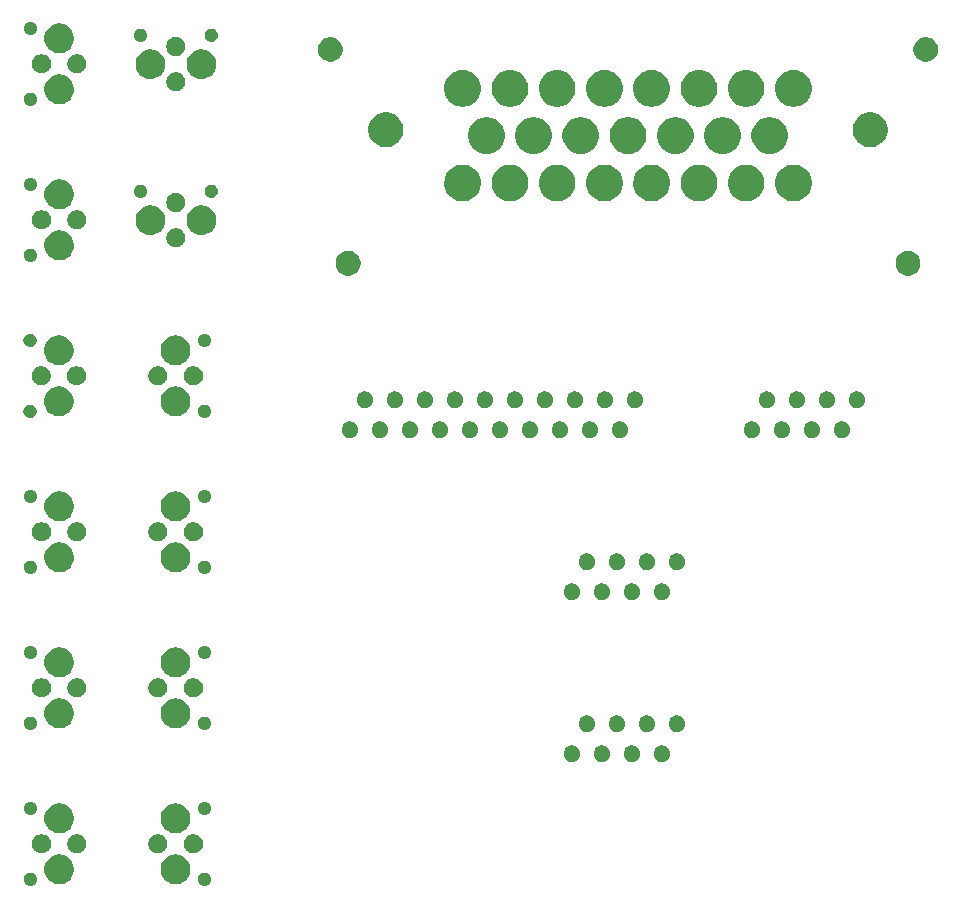
<source format=gbr>
G04 #@! TF.GenerationSoftware,KiCad,Pcbnew,5.1.4-e60b266~84~ubuntu18.04.1*
G04 #@! TF.CreationDate,2019-11-21T00:50:37-05:00*
G04 #@! TF.ProjectId,sensing_module_interface,73656e73-696e-4675-9f6d-6f64756c655f,rev?*
G04 #@! TF.SameCoordinates,Original*
G04 #@! TF.FileFunction,Soldermask,Bot*
G04 #@! TF.FilePolarity,Negative*
%FSLAX46Y46*%
G04 Gerber Fmt 4.6, Leading zero omitted, Abs format (unit mm)*
G04 Created by KiCad (PCBNEW 5.1.4-e60b266~84~ubuntu18.04.1) date 2019-11-21 00:50:37*
%MOMM*%
%LPD*%
G04 APERTURE LIST*
%ADD10C,0.100000*%
G04 APERTURE END LIST*
D10*
G36*
X106716051Y-134031680D02*
G01*
X106766920Y-134052751D01*
X106817786Y-134073820D01*
X106909342Y-134134996D01*
X106987204Y-134212858D01*
X107048380Y-134304414D01*
X107057589Y-134326648D01*
X107090520Y-134406149D01*
X107112000Y-134514141D01*
X107112000Y-134624259D01*
X107090520Y-134732251D01*
X107069449Y-134783120D01*
X107048380Y-134833986D01*
X106987204Y-134925542D01*
X106909342Y-135003404D01*
X106817786Y-135064580D01*
X106766920Y-135085649D01*
X106716051Y-135106720D01*
X106608059Y-135128200D01*
X106497941Y-135128200D01*
X106389949Y-135106720D01*
X106339080Y-135085649D01*
X106288214Y-135064580D01*
X106196658Y-135003404D01*
X106118796Y-134925542D01*
X106057620Y-134833986D01*
X106036551Y-134783120D01*
X106015480Y-134732251D01*
X105994000Y-134624259D01*
X105994000Y-134514141D01*
X106015480Y-134406149D01*
X106048411Y-134326648D01*
X106057620Y-134304414D01*
X106118796Y-134212858D01*
X106196658Y-134134996D01*
X106288214Y-134073820D01*
X106339080Y-134052751D01*
X106389949Y-134031680D01*
X106497941Y-134010200D01*
X106608059Y-134010200D01*
X106716051Y-134031680D01*
X106716051Y-134031680D01*
G37*
G36*
X91984051Y-134031680D02*
G01*
X92034920Y-134052751D01*
X92085786Y-134073820D01*
X92177342Y-134134996D01*
X92255204Y-134212858D01*
X92316380Y-134304414D01*
X92325589Y-134326648D01*
X92358520Y-134406149D01*
X92380000Y-134514141D01*
X92380000Y-134624259D01*
X92358520Y-134732251D01*
X92337449Y-134783120D01*
X92316380Y-134833986D01*
X92255204Y-134925542D01*
X92177342Y-135003404D01*
X92085786Y-135064580D01*
X92034920Y-135085649D01*
X91984051Y-135106720D01*
X91876059Y-135128200D01*
X91765941Y-135128200D01*
X91657949Y-135106720D01*
X91607080Y-135085649D01*
X91556214Y-135064580D01*
X91464658Y-135003404D01*
X91386796Y-134925542D01*
X91325620Y-134833986D01*
X91304551Y-134783120D01*
X91283480Y-134732251D01*
X91262000Y-134624259D01*
X91262000Y-134514141D01*
X91283480Y-134406149D01*
X91316411Y-134326648D01*
X91325620Y-134304414D01*
X91386796Y-134212858D01*
X91464658Y-134134996D01*
X91556214Y-134073820D01*
X91607080Y-134052751D01*
X91657949Y-134031680D01*
X91765941Y-134010200D01*
X91876059Y-134010200D01*
X91984051Y-134031680D01*
X91984051Y-134031680D01*
G37*
G36*
X94504726Y-132497662D02*
G01*
X94626199Y-132521825D01*
X94855050Y-132616618D01*
X95061010Y-132754236D01*
X95236164Y-132929390D01*
X95373782Y-133135350D01*
X95468575Y-133364201D01*
X95516900Y-133607147D01*
X95516900Y-133854853D01*
X95468575Y-134097799D01*
X95373782Y-134326650D01*
X95236164Y-134532610D01*
X95061010Y-134707764D01*
X94855050Y-134845382D01*
X94626199Y-134940175D01*
X94504726Y-134964338D01*
X94383254Y-134988500D01*
X94135546Y-134988500D01*
X94014074Y-134964338D01*
X93892601Y-134940175D01*
X93663750Y-134845382D01*
X93457790Y-134707764D01*
X93282636Y-134532610D01*
X93145018Y-134326650D01*
X93050225Y-134097799D01*
X93001900Y-133854853D01*
X93001900Y-133607147D01*
X93050225Y-133364201D01*
X93145018Y-133135350D01*
X93282636Y-132929390D01*
X93457790Y-132754236D01*
X93663750Y-132616618D01*
X93892601Y-132521825D01*
X94014074Y-132497662D01*
X94135546Y-132473500D01*
X94383254Y-132473500D01*
X94504726Y-132497662D01*
X94504726Y-132497662D01*
G37*
G36*
X104359926Y-132497662D02*
G01*
X104481399Y-132521825D01*
X104710250Y-132616618D01*
X104916210Y-132754236D01*
X105091364Y-132929390D01*
X105228982Y-133135350D01*
X105323775Y-133364201D01*
X105372100Y-133607147D01*
X105372100Y-133854853D01*
X105323775Y-134097799D01*
X105228982Y-134326650D01*
X105091364Y-134532610D01*
X104916210Y-134707764D01*
X104710250Y-134845382D01*
X104481399Y-134940175D01*
X104359926Y-134964338D01*
X104238454Y-134988500D01*
X103990746Y-134988500D01*
X103869274Y-134964338D01*
X103747801Y-134940175D01*
X103518950Y-134845382D01*
X103312990Y-134707764D01*
X103137836Y-134532610D01*
X103000218Y-134326650D01*
X102905425Y-134097799D01*
X102857100Y-133854853D01*
X102857100Y-133607147D01*
X102905425Y-133364201D01*
X103000218Y-133135350D01*
X103137836Y-132929390D01*
X103312990Y-132754236D01*
X103518950Y-132616618D01*
X103747801Y-132521825D01*
X103869274Y-132497662D01*
X103990746Y-132473500D01*
X104238454Y-132473500D01*
X104359926Y-132497662D01*
X104359926Y-132497662D01*
G37*
G36*
X102853142Y-130790242D02*
G01*
X103001101Y-130851529D01*
X103134255Y-130940499D01*
X103247501Y-131053745D01*
X103336471Y-131186899D01*
X103397758Y-131334858D01*
X103429000Y-131491925D01*
X103429000Y-131652075D01*
X103397758Y-131809142D01*
X103336471Y-131957101D01*
X103247501Y-132090255D01*
X103134255Y-132203501D01*
X103001101Y-132292471D01*
X102853142Y-132353758D01*
X102696075Y-132385000D01*
X102535925Y-132385000D01*
X102378858Y-132353758D01*
X102230899Y-132292471D01*
X102097745Y-132203501D01*
X101984499Y-132090255D01*
X101895529Y-131957101D01*
X101834242Y-131809142D01*
X101803000Y-131652075D01*
X101803000Y-131491925D01*
X101834242Y-131334858D01*
X101895529Y-131186899D01*
X101984499Y-131053745D01*
X102097745Y-130940499D01*
X102230899Y-130851529D01*
X102378858Y-130790242D01*
X102535925Y-130759000D01*
X102696075Y-130759000D01*
X102853142Y-130790242D01*
X102853142Y-130790242D01*
G37*
G36*
X105850342Y-130790242D02*
G01*
X105998301Y-130851529D01*
X106131455Y-130940499D01*
X106244701Y-131053745D01*
X106333671Y-131186899D01*
X106394958Y-131334858D01*
X106426200Y-131491925D01*
X106426200Y-131652075D01*
X106394958Y-131809142D01*
X106333671Y-131957101D01*
X106244701Y-132090255D01*
X106131455Y-132203501D01*
X105998301Y-132292471D01*
X105850342Y-132353758D01*
X105693275Y-132385000D01*
X105533125Y-132385000D01*
X105376058Y-132353758D01*
X105228099Y-132292471D01*
X105094945Y-132203501D01*
X104981699Y-132090255D01*
X104892729Y-131957101D01*
X104831442Y-131809142D01*
X104800200Y-131652075D01*
X104800200Y-131491925D01*
X104831442Y-131334858D01*
X104892729Y-131186899D01*
X104981699Y-131053745D01*
X105094945Y-130940499D01*
X105228099Y-130851529D01*
X105376058Y-130790242D01*
X105533125Y-130759000D01*
X105693275Y-130759000D01*
X105850342Y-130790242D01*
X105850342Y-130790242D01*
G37*
G36*
X92997942Y-130790242D02*
G01*
X93145901Y-130851529D01*
X93279055Y-130940499D01*
X93392301Y-131053745D01*
X93481271Y-131186899D01*
X93542558Y-131334858D01*
X93573800Y-131491925D01*
X93573800Y-131652075D01*
X93542558Y-131809142D01*
X93481271Y-131957101D01*
X93392301Y-132090255D01*
X93279055Y-132203501D01*
X93145901Y-132292471D01*
X92997942Y-132353758D01*
X92840875Y-132385000D01*
X92680725Y-132385000D01*
X92523658Y-132353758D01*
X92375699Y-132292471D01*
X92242545Y-132203501D01*
X92129299Y-132090255D01*
X92040329Y-131957101D01*
X91979042Y-131809142D01*
X91947800Y-131652075D01*
X91947800Y-131491925D01*
X91979042Y-131334858D01*
X92040329Y-131186899D01*
X92129299Y-131053745D01*
X92242545Y-130940499D01*
X92375699Y-130851529D01*
X92523658Y-130790242D01*
X92680725Y-130759000D01*
X92840875Y-130759000D01*
X92997942Y-130790242D01*
X92997942Y-130790242D01*
G37*
G36*
X95995142Y-130790242D02*
G01*
X96143101Y-130851529D01*
X96276255Y-130940499D01*
X96389501Y-131053745D01*
X96478471Y-131186899D01*
X96539758Y-131334858D01*
X96571000Y-131491925D01*
X96571000Y-131652075D01*
X96539758Y-131809142D01*
X96478471Y-131957101D01*
X96389501Y-132090255D01*
X96276255Y-132203501D01*
X96143101Y-132292471D01*
X95995142Y-132353758D01*
X95838075Y-132385000D01*
X95677925Y-132385000D01*
X95520858Y-132353758D01*
X95372899Y-132292471D01*
X95239745Y-132203501D01*
X95126499Y-132090255D01*
X95037529Y-131957101D01*
X94976242Y-131809142D01*
X94945000Y-131652075D01*
X94945000Y-131491925D01*
X94976242Y-131334858D01*
X95037529Y-131186899D01*
X95126499Y-131053745D01*
X95239745Y-130940499D01*
X95372899Y-130851529D01*
X95520858Y-130790242D01*
X95677925Y-130759000D01*
X95838075Y-130759000D01*
X95995142Y-130790242D01*
X95995142Y-130790242D01*
G37*
G36*
X104359926Y-128179662D02*
G01*
X104481399Y-128203825D01*
X104710250Y-128298618D01*
X104916210Y-128436236D01*
X105091364Y-128611390D01*
X105228982Y-128817350D01*
X105323775Y-129046201D01*
X105372100Y-129289147D01*
X105372100Y-129536853D01*
X105323775Y-129779799D01*
X105228982Y-130008650D01*
X105091364Y-130214610D01*
X104916210Y-130389764D01*
X104710250Y-130527382D01*
X104481399Y-130622175D01*
X104359926Y-130646337D01*
X104238454Y-130670500D01*
X103990746Y-130670500D01*
X103869274Y-130646337D01*
X103747801Y-130622175D01*
X103518950Y-130527382D01*
X103312990Y-130389764D01*
X103137836Y-130214610D01*
X103000218Y-130008650D01*
X102905425Y-129779799D01*
X102857100Y-129536853D01*
X102857100Y-129289147D01*
X102905425Y-129046201D01*
X103000218Y-128817350D01*
X103137836Y-128611390D01*
X103312990Y-128436236D01*
X103518950Y-128298618D01*
X103747801Y-128203825D01*
X103869274Y-128179662D01*
X103990746Y-128155500D01*
X104238454Y-128155500D01*
X104359926Y-128179662D01*
X104359926Y-128179662D01*
G37*
G36*
X94504726Y-128179662D02*
G01*
X94626199Y-128203825D01*
X94855050Y-128298618D01*
X95061010Y-128436236D01*
X95236164Y-128611390D01*
X95373782Y-128817350D01*
X95468575Y-129046201D01*
X95516900Y-129289147D01*
X95516900Y-129536853D01*
X95468575Y-129779799D01*
X95373782Y-130008650D01*
X95236164Y-130214610D01*
X95061010Y-130389764D01*
X94855050Y-130527382D01*
X94626199Y-130622175D01*
X94504726Y-130646337D01*
X94383254Y-130670500D01*
X94135546Y-130670500D01*
X94014074Y-130646337D01*
X93892601Y-130622175D01*
X93663750Y-130527382D01*
X93457790Y-130389764D01*
X93282636Y-130214610D01*
X93145018Y-130008650D01*
X93050225Y-129779799D01*
X93001900Y-129536853D01*
X93001900Y-129289147D01*
X93050225Y-129046201D01*
X93145018Y-128817350D01*
X93282636Y-128611390D01*
X93457790Y-128436236D01*
X93663750Y-128298618D01*
X93892601Y-128203825D01*
X94014074Y-128179662D01*
X94135546Y-128155500D01*
X94383254Y-128155500D01*
X94504726Y-128179662D01*
X94504726Y-128179662D01*
G37*
G36*
X106716051Y-128037280D02*
G01*
X106766920Y-128058351D01*
X106817786Y-128079420D01*
X106909342Y-128140596D01*
X106987204Y-128218458D01*
X107048380Y-128310014D01*
X107069449Y-128360880D01*
X107090520Y-128411749D01*
X107112000Y-128519741D01*
X107112000Y-128629859D01*
X107090520Y-128737851D01*
X107069449Y-128788720D01*
X107048380Y-128839586D01*
X106987204Y-128931142D01*
X106909342Y-129009004D01*
X106817786Y-129070180D01*
X106766920Y-129091249D01*
X106716051Y-129112320D01*
X106608059Y-129133800D01*
X106497941Y-129133800D01*
X106389949Y-129112320D01*
X106339080Y-129091249D01*
X106288214Y-129070180D01*
X106196658Y-129009004D01*
X106118796Y-128931142D01*
X106057620Y-128839586D01*
X106036551Y-128788720D01*
X106015480Y-128737851D01*
X105994000Y-128629859D01*
X105994000Y-128519741D01*
X106015480Y-128411749D01*
X106036551Y-128360880D01*
X106057620Y-128310014D01*
X106118796Y-128218458D01*
X106196658Y-128140596D01*
X106288214Y-128079420D01*
X106339080Y-128058351D01*
X106389949Y-128037280D01*
X106497941Y-128015800D01*
X106608059Y-128015800D01*
X106716051Y-128037280D01*
X106716051Y-128037280D01*
G37*
G36*
X91984051Y-128037280D02*
G01*
X92034920Y-128058351D01*
X92085786Y-128079420D01*
X92177342Y-128140596D01*
X92255204Y-128218458D01*
X92316380Y-128310014D01*
X92337449Y-128360880D01*
X92358520Y-128411749D01*
X92380000Y-128519741D01*
X92380000Y-128629859D01*
X92358520Y-128737851D01*
X92337449Y-128788720D01*
X92316380Y-128839586D01*
X92255204Y-128931142D01*
X92177342Y-129009004D01*
X92085786Y-129070180D01*
X92034920Y-129091249D01*
X91984051Y-129112320D01*
X91876059Y-129133800D01*
X91765941Y-129133800D01*
X91657949Y-129112320D01*
X91607080Y-129091249D01*
X91556214Y-129070180D01*
X91464658Y-129009004D01*
X91386796Y-128931142D01*
X91325620Y-128839586D01*
X91304551Y-128788720D01*
X91283480Y-128737851D01*
X91262000Y-128629859D01*
X91262000Y-128519741D01*
X91283480Y-128411749D01*
X91304551Y-128360880D01*
X91325620Y-128310014D01*
X91386796Y-128218458D01*
X91464658Y-128140596D01*
X91556214Y-128079420D01*
X91607080Y-128058351D01*
X91657949Y-128037280D01*
X91765941Y-128015800D01*
X91876059Y-128015800D01*
X91984051Y-128037280D01*
X91984051Y-128037280D01*
G37*
G36*
X145492473Y-123277938D02*
G01*
X145620049Y-123330782D01*
X145734859Y-123407495D01*
X145832505Y-123505141D01*
X145909218Y-123619951D01*
X145962062Y-123747527D01*
X145989000Y-123882956D01*
X145989000Y-124021044D01*
X145962062Y-124156473D01*
X145909218Y-124284049D01*
X145832505Y-124398859D01*
X145734859Y-124496505D01*
X145620049Y-124573218D01*
X145492473Y-124626062D01*
X145357044Y-124653000D01*
X145218956Y-124653000D01*
X145083527Y-124626062D01*
X144955951Y-124573218D01*
X144841141Y-124496505D01*
X144743495Y-124398859D01*
X144666782Y-124284049D01*
X144613938Y-124156473D01*
X144587000Y-124021044D01*
X144587000Y-123882956D01*
X144613938Y-123747527D01*
X144666782Y-123619951D01*
X144743495Y-123505141D01*
X144841141Y-123407495D01*
X144955951Y-123330782D01*
X145083527Y-123277938D01*
X145218956Y-123251000D01*
X145357044Y-123251000D01*
X145492473Y-123277938D01*
X145492473Y-123277938D01*
G37*
G36*
X142952473Y-123277938D02*
G01*
X143080049Y-123330782D01*
X143194859Y-123407495D01*
X143292505Y-123505141D01*
X143369218Y-123619951D01*
X143422062Y-123747527D01*
X143449000Y-123882956D01*
X143449000Y-124021044D01*
X143422062Y-124156473D01*
X143369218Y-124284049D01*
X143292505Y-124398859D01*
X143194859Y-124496505D01*
X143080049Y-124573218D01*
X142952473Y-124626062D01*
X142817044Y-124653000D01*
X142678956Y-124653000D01*
X142543527Y-124626062D01*
X142415951Y-124573218D01*
X142301141Y-124496505D01*
X142203495Y-124398859D01*
X142126782Y-124284049D01*
X142073938Y-124156473D01*
X142047000Y-124021044D01*
X142047000Y-123882956D01*
X142073938Y-123747527D01*
X142126782Y-123619951D01*
X142203495Y-123505141D01*
X142301141Y-123407495D01*
X142415951Y-123330782D01*
X142543527Y-123277938D01*
X142678956Y-123251000D01*
X142817044Y-123251000D01*
X142952473Y-123277938D01*
X142952473Y-123277938D01*
G37*
G36*
X140412473Y-123277938D02*
G01*
X140540049Y-123330782D01*
X140654859Y-123407495D01*
X140752505Y-123505141D01*
X140829218Y-123619951D01*
X140882062Y-123747527D01*
X140909000Y-123882956D01*
X140909000Y-124021044D01*
X140882062Y-124156473D01*
X140829218Y-124284049D01*
X140752505Y-124398859D01*
X140654859Y-124496505D01*
X140540049Y-124573218D01*
X140412473Y-124626062D01*
X140277044Y-124653000D01*
X140138956Y-124653000D01*
X140003527Y-124626062D01*
X139875951Y-124573218D01*
X139761141Y-124496505D01*
X139663495Y-124398859D01*
X139586782Y-124284049D01*
X139533938Y-124156473D01*
X139507000Y-124021044D01*
X139507000Y-123882956D01*
X139533938Y-123747527D01*
X139586782Y-123619951D01*
X139663495Y-123505141D01*
X139761141Y-123407495D01*
X139875951Y-123330782D01*
X140003527Y-123277938D01*
X140138956Y-123251000D01*
X140277044Y-123251000D01*
X140412473Y-123277938D01*
X140412473Y-123277938D01*
G37*
G36*
X137872473Y-123277938D02*
G01*
X138000049Y-123330782D01*
X138114859Y-123407495D01*
X138212505Y-123505141D01*
X138289218Y-123619951D01*
X138342062Y-123747527D01*
X138369000Y-123882956D01*
X138369000Y-124021044D01*
X138342062Y-124156473D01*
X138289218Y-124284049D01*
X138212505Y-124398859D01*
X138114859Y-124496505D01*
X138000049Y-124573218D01*
X137872473Y-124626062D01*
X137737044Y-124653000D01*
X137598956Y-124653000D01*
X137463527Y-124626062D01*
X137335951Y-124573218D01*
X137221141Y-124496505D01*
X137123495Y-124398859D01*
X137046782Y-124284049D01*
X136993938Y-124156473D01*
X136967000Y-124021044D01*
X136967000Y-123882956D01*
X136993938Y-123747527D01*
X137046782Y-123619951D01*
X137123495Y-123505141D01*
X137221141Y-123407495D01*
X137335951Y-123330782D01*
X137463527Y-123277938D01*
X137598956Y-123251000D01*
X137737044Y-123251000D01*
X137872473Y-123277938D01*
X137872473Y-123277938D01*
G37*
G36*
X144222473Y-120737938D02*
G01*
X144350049Y-120790782D01*
X144464859Y-120867495D01*
X144562505Y-120965141D01*
X144639218Y-121079951D01*
X144692062Y-121207527D01*
X144719000Y-121342956D01*
X144719000Y-121481044D01*
X144692062Y-121616473D01*
X144639218Y-121744049D01*
X144562505Y-121858859D01*
X144464859Y-121956505D01*
X144350049Y-122033218D01*
X144222473Y-122086062D01*
X144087044Y-122113000D01*
X143948956Y-122113000D01*
X143813527Y-122086062D01*
X143685951Y-122033218D01*
X143571141Y-121956505D01*
X143473495Y-121858859D01*
X143396782Y-121744049D01*
X143343938Y-121616473D01*
X143317000Y-121481044D01*
X143317000Y-121342956D01*
X143343938Y-121207527D01*
X143396782Y-121079951D01*
X143473495Y-120965141D01*
X143571141Y-120867495D01*
X143685951Y-120790782D01*
X143813527Y-120737938D01*
X143948956Y-120711000D01*
X144087044Y-120711000D01*
X144222473Y-120737938D01*
X144222473Y-120737938D01*
G37*
G36*
X146762473Y-120737938D02*
G01*
X146890049Y-120790782D01*
X147004859Y-120867495D01*
X147102505Y-120965141D01*
X147179218Y-121079951D01*
X147232062Y-121207527D01*
X147259000Y-121342956D01*
X147259000Y-121481044D01*
X147232062Y-121616473D01*
X147179218Y-121744049D01*
X147102505Y-121858859D01*
X147004859Y-121956505D01*
X146890049Y-122033218D01*
X146762473Y-122086062D01*
X146627044Y-122113000D01*
X146488956Y-122113000D01*
X146353527Y-122086062D01*
X146225951Y-122033218D01*
X146111141Y-121956505D01*
X146013495Y-121858859D01*
X145936782Y-121744049D01*
X145883938Y-121616473D01*
X145857000Y-121481044D01*
X145857000Y-121342956D01*
X145883938Y-121207527D01*
X145936782Y-121079951D01*
X146013495Y-120965141D01*
X146111141Y-120867495D01*
X146225951Y-120790782D01*
X146353527Y-120737938D01*
X146488956Y-120711000D01*
X146627044Y-120711000D01*
X146762473Y-120737938D01*
X146762473Y-120737938D01*
G37*
G36*
X141682473Y-120737938D02*
G01*
X141810049Y-120790782D01*
X141924859Y-120867495D01*
X142022505Y-120965141D01*
X142099218Y-121079951D01*
X142152062Y-121207527D01*
X142179000Y-121342956D01*
X142179000Y-121481044D01*
X142152062Y-121616473D01*
X142099218Y-121744049D01*
X142022505Y-121858859D01*
X141924859Y-121956505D01*
X141810049Y-122033218D01*
X141682473Y-122086062D01*
X141547044Y-122113000D01*
X141408956Y-122113000D01*
X141273527Y-122086062D01*
X141145951Y-122033218D01*
X141031141Y-121956505D01*
X140933495Y-121858859D01*
X140856782Y-121744049D01*
X140803938Y-121616473D01*
X140777000Y-121481044D01*
X140777000Y-121342956D01*
X140803938Y-121207527D01*
X140856782Y-121079951D01*
X140933495Y-120965141D01*
X141031141Y-120867495D01*
X141145951Y-120790782D01*
X141273527Y-120737938D01*
X141408956Y-120711000D01*
X141547044Y-120711000D01*
X141682473Y-120737938D01*
X141682473Y-120737938D01*
G37*
G36*
X139142473Y-120737938D02*
G01*
X139270049Y-120790782D01*
X139384859Y-120867495D01*
X139482505Y-120965141D01*
X139559218Y-121079951D01*
X139612062Y-121207527D01*
X139639000Y-121342956D01*
X139639000Y-121481044D01*
X139612062Y-121616473D01*
X139559218Y-121744049D01*
X139482505Y-121858859D01*
X139384859Y-121956505D01*
X139270049Y-122033218D01*
X139142473Y-122086062D01*
X139007044Y-122113000D01*
X138868956Y-122113000D01*
X138733527Y-122086062D01*
X138605951Y-122033218D01*
X138491141Y-121956505D01*
X138393495Y-121858859D01*
X138316782Y-121744049D01*
X138263938Y-121616473D01*
X138237000Y-121481044D01*
X138237000Y-121342956D01*
X138263938Y-121207527D01*
X138316782Y-121079951D01*
X138393495Y-120965141D01*
X138491141Y-120867495D01*
X138605951Y-120790782D01*
X138733527Y-120737938D01*
X138868956Y-120711000D01*
X139007044Y-120711000D01*
X139142473Y-120737938D01*
X139142473Y-120737938D01*
G37*
G36*
X106716051Y-120823680D02*
G01*
X106766920Y-120844751D01*
X106817786Y-120865820D01*
X106909342Y-120926996D01*
X106987204Y-121004858D01*
X107048380Y-121096414D01*
X107057589Y-121118648D01*
X107090520Y-121198149D01*
X107112000Y-121306141D01*
X107112000Y-121416259D01*
X107090520Y-121524251D01*
X107069449Y-121575120D01*
X107048380Y-121625986D01*
X106987204Y-121717542D01*
X106909342Y-121795404D01*
X106817786Y-121856580D01*
X106766920Y-121877649D01*
X106716051Y-121898720D01*
X106608059Y-121920200D01*
X106497941Y-121920200D01*
X106389949Y-121898720D01*
X106339080Y-121877649D01*
X106288214Y-121856580D01*
X106196658Y-121795404D01*
X106118796Y-121717542D01*
X106057620Y-121625986D01*
X106036551Y-121575120D01*
X106015480Y-121524251D01*
X105994000Y-121416259D01*
X105994000Y-121306141D01*
X106015480Y-121198149D01*
X106048411Y-121118648D01*
X106057620Y-121096414D01*
X106118796Y-121004858D01*
X106196658Y-120926996D01*
X106288214Y-120865820D01*
X106339080Y-120844751D01*
X106389949Y-120823680D01*
X106497941Y-120802200D01*
X106608059Y-120802200D01*
X106716051Y-120823680D01*
X106716051Y-120823680D01*
G37*
G36*
X91984051Y-120823680D02*
G01*
X92034920Y-120844751D01*
X92085786Y-120865820D01*
X92177342Y-120926996D01*
X92255204Y-121004858D01*
X92316380Y-121096414D01*
X92325589Y-121118648D01*
X92358520Y-121198149D01*
X92380000Y-121306141D01*
X92380000Y-121416259D01*
X92358520Y-121524251D01*
X92337449Y-121575120D01*
X92316380Y-121625986D01*
X92255204Y-121717542D01*
X92177342Y-121795404D01*
X92085786Y-121856580D01*
X92034920Y-121877649D01*
X91984051Y-121898720D01*
X91876059Y-121920200D01*
X91765941Y-121920200D01*
X91657949Y-121898720D01*
X91607080Y-121877649D01*
X91556214Y-121856580D01*
X91464658Y-121795404D01*
X91386796Y-121717542D01*
X91325620Y-121625986D01*
X91304551Y-121575120D01*
X91283480Y-121524251D01*
X91262000Y-121416259D01*
X91262000Y-121306141D01*
X91283480Y-121198149D01*
X91316411Y-121118648D01*
X91325620Y-121096414D01*
X91386796Y-121004858D01*
X91464658Y-120926996D01*
X91556214Y-120865820D01*
X91607080Y-120844751D01*
X91657949Y-120823680D01*
X91765941Y-120802200D01*
X91876059Y-120802200D01*
X91984051Y-120823680D01*
X91984051Y-120823680D01*
G37*
G36*
X104359926Y-119289663D02*
G01*
X104481399Y-119313825D01*
X104710250Y-119408618D01*
X104916210Y-119546236D01*
X105091364Y-119721390D01*
X105228982Y-119927350D01*
X105323775Y-120156201D01*
X105372100Y-120399147D01*
X105372100Y-120646853D01*
X105323775Y-120889799D01*
X105228982Y-121118650D01*
X105091364Y-121324610D01*
X104916210Y-121499764D01*
X104710250Y-121637382D01*
X104481399Y-121732175D01*
X104421709Y-121744048D01*
X104238454Y-121780500D01*
X103990746Y-121780500D01*
X103807491Y-121744048D01*
X103747801Y-121732175D01*
X103518950Y-121637382D01*
X103312990Y-121499764D01*
X103137836Y-121324610D01*
X103000218Y-121118650D01*
X102905425Y-120889799D01*
X102857100Y-120646853D01*
X102857100Y-120399147D01*
X102905425Y-120156201D01*
X103000218Y-119927350D01*
X103137836Y-119721390D01*
X103312990Y-119546236D01*
X103518950Y-119408618D01*
X103747801Y-119313825D01*
X103869274Y-119289663D01*
X103990746Y-119265500D01*
X104238454Y-119265500D01*
X104359926Y-119289663D01*
X104359926Y-119289663D01*
G37*
G36*
X94504726Y-119289663D02*
G01*
X94626199Y-119313825D01*
X94855050Y-119408618D01*
X95061010Y-119546236D01*
X95236164Y-119721390D01*
X95373782Y-119927350D01*
X95468575Y-120156201D01*
X95516900Y-120399147D01*
X95516900Y-120646853D01*
X95468575Y-120889799D01*
X95373782Y-121118650D01*
X95236164Y-121324610D01*
X95061010Y-121499764D01*
X94855050Y-121637382D01*
X94626199Y-121732175D01*
X94566509Y-121744048D01*
X94383254Y-121780500D01*
X94135546Y-121780500D01*
X93952291Y-121744048D01*
X93892601Y-121732175D01*
X93663750Y-121637382D01*
X93457790Y-121499764D01*
X93282636Y-121324610D01*
X93145018Y-121118650D01*
X93050225Y-120889799D01*
X93001900Y-120646853D01*
X93001900Y-120399147D01*
X93050225Y-120156201D01*
X93145018Y-119927350D01*
X93282636Y-119721390D01*
X93457790Y-119546236D01*
X93663750Y-119408618D01*
X93892601Y-119313825D01*
X94014074Y-119289663D01*
X94135546Y-119265500D01*
X94383254Y-119265500D01*
X94504726Y-119289663D01*
X94504726Y-119289663D01*
G37*
G36*
X102853142Y-117582242D02*
G01*
X103001101Y-117643529D01*
X103134255Y-117732499D01*
X103247501Y-117845745D01*
X103336471Y-117978899D01*
X103397758Y-118126858D01*
X103429000Y-118283925D01*
X103429000Y-118444075D01*
X103397758Y-118601142D01*
X103336471Y-118749101D01*
X103247501Y-118882255D01*
X103134255Y-118995501D01*
X103001101Y-119084471D01*
X102853142Y-119145758D01*
X102696075Y-119177000D01*
X102535925Y-119177000D01*
X102378858Y-119145758D01*
X102230899Y-119084471D01*
X102097745Y-118995501D01*
X101984499Y-118882255D01*
X101895529Y-118749101D01*
X101834242Y-118601142D01*
X101803000Y-118444075D01*
X101803000Y-118283925D01*
X101834242Y-118126858D01*
X101895529Y-117978899D01*
X101984499Y-117845745D01*
X102097745Y-117732499D01*
X102230899Y-117643529D01*
X102378858Y-117582242D01*
X102535925Y-117551000D01*
X102696075Y-117551000D01*
X102853142Y-117582242D01*
X102853142Y-117582242D01*
G37*
G36*
X92997942Y-117582242D02*
G01*
X93145901Y-117643529D01*
X93279055Y-117732499D01*
X93392301Y-117845745D01*
X93481271Y-117978899D01*
X93542558Y-118126858D01*
X93573800Y-118283925D01*
X93573800Y-118444075D01*
X93542558Y-118601142D01*
X93481271Y-118749101D01*
X93392301Y-118882255D01*
X93279055Y-118995501D01*
X93145901Y-119084471D01*
X92997942Y-119145758D01*
X92840875Y-119177000D01*
X92680725Y-119177000D01*
X92523658Y-119145758D01*
X92375699Y-119084471D01*
X92242545Y-118995501D01*
X92129299Y-118882255D01*
X92040329Y-118749101D01*
X91979042Y-118601142D01*
X91947800Y-118444075D01*
X91947800Y-118283925D01*
X91979042Y-118126858D01*
X92040329Y-117978899D01*
X92129299Y-117845745D01*
X92242545Y-117732499D01*
X92375699Y-117643529D01*
X92523658Y-117582242D01*
X92680725Y-117551000D01*
X92840875Y-117551000D01*
X92997942Y-117582242D01*
X92997942Y-117582242D01*
G37*
G36*
X105850342Y-117582242D02*
G01*
X105998301Y-117643529D01*
X106131455Y-117732499D01*
X106244701Y-117845745D01*
X106333671Y-117978899D01*
X106394958Y-118126858D01*
X106426200Y-118283925D01*
X106426200Y-118444075D01*
X106394958Y-118601142D01*
X106333671Y-118749101D01*
X106244701Y-118882255D01*
X106131455Y-118995501D01*
X105998301Y-119084471D01*
X105850342Y-119145758D01*
X105693275Y-119177000D01*
X105533125Y-119177000D01*
X105376058Y-119145758D01*
X105228099Y-119084471D01*
X105094945Y-118995501D01*
X104981699Y-118882255D01*
X104892729Y-118749101D01*
X104831442Y-118601142D01*
X104800200Y-118444075D01*
X104800200Y-118283925D01*
X104831442Y-118126858D01*
X104892729Y-117978899D01*
X104981699Y-117845745D01*
X105094945Y-117732499D01*
X105228099Y-117643529D01*
X105376058Y-117582242D01*
X105533125Y-117551000D01*
X105693275Y-117551000D01*
X105850342Y-117582242D01*
X105850342Y-117582242D01*
G37*
G36*
X95995142Y-117582242D02*
G01*
X96143101Y-117643529D01*
X96276255Y-117732499D01*
X96389501Y-117845745D01*
X96478471Y-117978899D01*
X96539758Y-118126858D01*
X96571000Y-118283925D01*
X96571000Y-118444075D01*
X96539758Y-118601142D01*
X96478471Y-118749101D01*
X96389501Y-118882255D01*
X96276255Y-118995501D01*
X96143101Y-119084471D01*
X95995142Y-119145758D01*
X95838075Y-119177000D01*
X95677925Y-119177000D01*
X95520858Y-119145758D01*
X95372899Y-119084471D01*
X95239745Y-118995501D01*
X95126499Y-118882255D01*
X95037529Y-118749101D01*
X94976242Y-118601142D01*
X94945000Y-118444075D01*
X94945000Y-118283925D01*
X94976242Y-118126858D01*
X95037529Y-117978899D01*
X95126499Y-117845745D01*
X95239745Y-117732499D01*
X95372899Y-117643529D01*
X95520858Y-117582242D01*
X95677925Y-117551000D01*
X95838075Y-117551000D01*
X95995142Y-117582242D01*
X95995142Y-117582242D01*
G37*
G36*
X94504726Y-114971663D02*
G01*
X94626199Y-114995825D01*
X94855050Y-115090618D01*
X95061010Y-115228236D01*
X95236164Y-115403390D01*
X95373782Y-115609350D01*
X95468575Y-115838201D01*
X95516900Y-116081147D01*
X95516900Y-116328853D01*
X95468575Y-116571799D01*
X95373782Y-116800650D01*
X95236164Y-117006610D01*
X95061010Y-117181764D01*
X94855050Y-117319382D01*
X94626199Y-117414175D01*
X94504726Y-117438337D01*
X94383254Y-117462500D01*
X94135546Y-117462500D01*
X94014074Y-117438337D01*
X93892601Y-117414175D01*
X93663750Y-117319382D01*
X93457790Y-117181764D01*
X93282636Y-117006610D01*
X93145018Y-116800650D01*
X93050225Y-116571799D01*
X93001900Y-116328853D01*
X93001900Y-116081147D01*
X93050225Y-115838201D01*
X93145018Y-115609350D01*
X93282636Y-115403390D01*
X93457790Y-115228236D01*
X93663750Y-115090618D01*
X93892601Y-114995825D01*
X94014074Y-114971663D01*
X94135546Y-114947500D01*
X94383254Y-114947500D01*
X94504726Y-114971663D01*
X94504726Y-114971663D01*
G37*
G36*
X104359926Y-114971663D02*
G01*
X104481399Y-114995825D01*
X104710250Y-115090618D01*
X104916210Y-115228236D01*
X105091364Y-115403390D01*
X105228982Y-115609350D01*
X105323775Y-115838201D01*
X105372100Y-116081147D01*
X105372100Y-116328853D01*
X105323775Y-116571799D01*
X105228982Y-116800650D01*
X105091364Y-117006610D01*
X104916210Y-117181764D01*
X104710250Y-117319382D01*
X104481399Y-117414175D01*
X104359926Y-117438337D01*
X104238454Y-117462500D01*
X103990746Y-117462500D01*
X103869274Y-117438337D01*
X103747801Y-117414175D01*
X103518950Y-117319382D01*
X103312990Y-117181764D01*
X103137836Y-117006610D01*
X103000218Y-116800650D01*
X102905425Y-116571799D01*
X102857100Y-116328853D01*
X102857100Y-116081147D01*
X102905425Y-115838201D01*
X103000218Y-115609350D01*
X103137836Y-115403390D01*
X103312990Y-115228236D01*
X103518950Y-115090618D01*
X103747801Y-114995825D01*
X103869274Y-114971663D01*
X103990746Y-114947500D01*
X104238454Y-114947500D01*
X104359926Y-114971663D01*
X104359926Y-114971663D01*
G37*
G36*
X91984051Y-114829280D02*
G01*
X92034920Y-114850351D01*
X92085786Y-114871420D01*
X92177342Y-114932596D01*
X92255204Y-115010458D01*
X92316380Y-115102014D01*
X92337449Y-115152880D01*
X92358520Y-115203749D01*
X92380000Y-115311741D01*
X92380000Y-115421859D01*
X92358520Y-115529851D01*
X92337449Y-115580720D01*
X92316380Y-115631586D01*
X92255204Y-115723142D01*
X92177342Y-115801004D01*
X92085786Y-115862180D01*
X92034920Y-115883249D01*
X91984051Y-115904320D01*
X91876059Y-115925800D01*
X91765941Y-115925800D01*
X91657949Y-115904320D01*
X91607080Y-115883249D01*
X91556214Y-115862180D01*
X91464658Y-115801004D01*
X91386796Y-115723142D01*
X91325620Y-115631586D01*
X91304551Y-115580720D01*
X91283480Y-115529851D01*
X91262000Y-115421859D01*
X91262000Y-115311741D01*
X91283480Y-115203749D01*
X91304551Y-115152880D01*
X91325620Y-115102014D01*
X91386796Y-115010458D01*
X91464658Y-114932596D01*
X91556214Y-114871420D01*
X91607080Y-114850351D01*
X91657949Y-114829280D01*
X91765941Y-114807800D01*
X91876059Y-114807800D01*
X91984051Y-114829280D01*
X91984051Y-114829280D01*
G37*
G36*
X106716051Y-114829280D02*
G01*
X106766920Y-114850351D01*
X106817786Y-114871420D01*
X106909342Y-114932596D01*
X106987204Y-115010458D01*
X107048380Y-115102014D01*
X107069449Y-115152880D01*
X107090520Y-115203749D01*
X107112000Y-115311741D01*
X107112000Y-115421859D01*
X107090520Y-115529851D01*
X107069449Y-115580720D01*
X107048380Y-115631586D01*
X106987204Y-115723142D01*
X106909342Y-115801004D01*
X106817786Y-115862180D01*
X106766920Y-115883249D01*
X106716051Y-115904320D01*
X106608059Y-115925800D01*
X106497941Y-115925800D01*
X106389949Y-115904320D01*
X106339080Y-115883249D01*
X106288214Y-115862180D01*
X106196658Y-115801004D01*
X106118796Y-115723142D01*
X106057620Y-115631586D01*
X106036551Y-115580720D01*
X106015480Y-115529851D01*
X105994000Y-115421859D01*
X105994000Y-115311741D01*
X106015480Y-115203749D01*
X106036551Y-115152880D01*
X106057620Y-115102014D01*
X106118796Y-115010458D01*
X106196658Y-114932596D01*
X106288214Y-114871420D01*
X106339080Y-114850351D01*
X106389949Y-114829280D01*
X106497941Y-114807800D01*
X106608059Y-114807800D01*
X106716051Y-114829280D01*
X106716051Y-114829280D01*
G37*
G36*
X145492473Y-109561938D02*
G01*
X145620049Y-109614782D01*
X145734859Y-109691495D01*
X145832505Y-109789141D01*
X145909218Y-109903951D01*
X145962062Y-110031527D01*
X145989000Y-110166956D01*
X145989000Y-110305044D01*
X145962062Y-110440473D01*
X145909218Y-110568049D01*
X145832505Y-110682859D01*
X145734859Y-110780505D01*
X145620049Y-110857218D01*
X145492473Y-110910062D01*
X145357044Y-110937000D01*
X145218956Y-110937000D01*
X145083527Y-110910062D01*
X144955951Y-110857218D01*
X144841141Y-110780505D01*
X144743495Y-110682859D01*
X144666782Y-110568049D01*
X144613938Y-110440473D01*
X144587000Y-110305044D01*
X144587000Y-110166956D01*
X144613938Y-110031527D01*
X144666782Y-109903951D01*
X144743495Y-109789141D01*
X144841141Y-109691495D01*
X144955951Y-109614782D01*
X145083527Y-109561938D01*
X145218956Y-109535000D01*
X145357044Y-109535000D01*
X145492473Y-109561938D01*
X145492473Y-109561938D01*
G37*
G36*
X137872473Y-109561938D02*
G01*
X138000049Y-109614782D01*
X138114859Y-109691495D01*
X138212505Y-109789141D01*
X138289218Y-109903951D01*
X138342062Y-110031527D01*
X138369000Y-110166956D01*
X138369000Y-110305044D01*
X138342062Y-110440473D01*
X138289218Y-110568049D01*
X138212505Y-110682859D01*
X138114859Y-110780505D01*
X138000049Y-110857218D01*
X137872473Y-110910062D01*
X137737044Y-110937000D01*
X137598956Y-110937000D01*
X137463527Y-110910062D01*
X137335951Y-110857218D01*
X137221141Y-110780505D01*
X137123495Y-110682859D01*
X137046782Y-110568049D01*
X136993938Y-110440473D01*
X136967000Y-110305044D01*
X136967000Y-110166956D01*
X136993938Y-110031527D01*
X137046782Y-109903951D01*
X137123495Y-109789141D01*
X137221141Y-109691495D01*
X137335951Y-109614782D01*
X137463527Y-109561938D01*
X137598956Y-109535000D01*
X137737044Y-109535000D01*
X137872473Y-109561938D01*
X137872473Y-109561938D01*
G37*
G36*
X140412473Y-109561938D02*
G01*
X140540049Y-109614782D01*
X140654859Y-109691495D01*
X140752505Y-109789141D01*
X140829218Y-109903951D01*
X140882062Y-110031527D01*
X140909000Y-110166956D01*
X140909000Y-110305044D01*
X140882062Y-110440473D01*
X140829218Y-110568049D01*
X140752505Y-110682859D01*
X140654859Y-110780505D01*
X140540049Y-110857218D01*
X140412473Y-110910062D01*
X140277044Y-110937000D01*
X140138956Y-110937000D01*
X140003527Y-110910062D01*
X139875951Y-110857218D01*
X139761141Y-110780505D01*
X139663495Y-110682859D01*
X139586782Y-110568049D01*
X139533938Y-110440473D01*
X139507000Y-110305044D01*
X139507000Y-110166956D01*
X139533938Y-110031527D01*
X139586782Y-109903951D01*
X139663495Y-109789141D01*
X139761141Y-109691495D01*
X139875951Y-109614782D01*
X140003527Y-109561938D01*
X140138956Y-109535000D01*
X140277044Y-109535000D01*
X140412473Y-109561938D01*
X140412473Y-109561938D01*
G37*
G36*
X142952473Y-109561938D02*
G01*
X143080049Y-109614782D01*
X143194859Y-109691495D01*
X143292505Y-109789141D01*
X143369218Y-109903951D01*
X143422062Y-110031527D01*
X143449000Y-110166956D01*
X143449000Y-110305044D01*
X143422062Y-110440473D01*
X143369218Y-110568049D01*
X143292505Y-110682859D01*
X143194859Y-110780505D01*
X143080049Y-110857218D01*
X142952473Y-110910062D01*
X142817044Y-110937000D01*
X142678956Y-110937000D01*
X142543527Y-110910062D01*
X142415951Y-110857218D01*
X142301141Y-110780505D01*
X142203495Y-110682859D01*
X142126782Y-110568049D01*
X142073938Y-110440473D01*
X142047000Y-110305044D01*
X142047000Y-110166956D01*
X142073938Y-110031527D01*
X142126782Y-109903951D01*
X142203495Y-109789141D01*
X142301141Y-109691495D01*
X142415951Y-109614782D01*
X142543527Y-109561938D01*
X142678956Y-109535000D01*
X142817044Y-109535000D01*
X142952473Y-109561938D01*
X142952473Y-109561938D01*
G37*
G36*
X106716051Y-107615680D02*
G01*
X106766920Y-107636751D01*
X106817786Y-107657820D01*
X106909342Y-107718996D01*
X106987204Y-107796858D01*
X107048380Y-107888414D01*
X107053375Y-107900474D01*
X107090520Y-107990149D01*
X107112000Y-108098141D01*
X107112000Y-108208259D01*
X107090520Y-108316251D01*
X107090119Y-108317218D01*
X107048380Y-108417986D01*
X106987204Y-108509542D01*
X106909342Y-108587404D01*
X106817786Y-108648580D01*
X106766920Y-108669649D01*
X106716051Y-108690720D01*
X106608059Y-108712200D01*
X106497941Y-108712200D01*
X106389949Y-108690720D01*
X106339080Y-108669649D01*
X106288214Y-108648580D01*
X106196658Y-108587404D01*
X106118796Y-108509542D01*
X106057620Y-108417986D01*
X106015881Y-108317218D01*
X106015480Y-108316251D01*
X105994000Y-108208259D01*
X105994000Y-108098141D01*
X106015480Y-107990149D01*
X106052625Y-107900474D01*
X106057620Y-107888414D01*
X106118796Y-107796858D01*
X106196658Y-107718996D01*
X106288214Y-107657820D01*
X106339080Y-107636751D01*
X106389949Y-107615680D01*
X106497941Y-107594200D01*
X106608059Y-107594200D01*
X106716051Y-107615680D01*
X106716051Y-107615680D01*
G37*
G36*
X91984051Y-107615680D02*
G01*
X92034920Y-107636751D01*
X92085786Y-107657820D01*
X92177342Y-107718996D01*
X92255204Y-107796858D01*
X92316380Y-107888414D01*
X92321375Y-107900474D01*
X92358520Y-107990149D01*
X92380000Y-108098141D01*
X92380000Y-108208259D01*
X92358520Y-108316251D01*
X92358119Y-108317218D01*
X92316380Y-108417986D01*
X92255204Y-108509542D01*
X92177342Y-108587404D01*
X92085786Y-108648580D01*
X92034920Y-108669649D01*
X91984051Y-108690720D01*
X91876059Y-108712200D01*
X91765941Y-108712200D01*
X91657949Y-108690720D01*
X91607080Y-108669649D01*
X91556214Y-108648580D01*
X91464658Y-108587404D01*
X91386796Y-108509542D01*
X91325620Y-108417986D01*
X91283881Y-108317218D01*
X91283480Y-108316251D01*
X91262000Y-108208259D01*
X91262000Y-108098141D01*
X91283480Y-107990149D01*
X91320625Y-107900474D01*
X91325620Y-107888414D01*
X91386796Y-107796858D01*
X91464658Y-107718996D01*
X91556214Y-107657820D01*
X91607080Y-107636751D01*
X91657949Y-107615680D01*
X91765941Y-107594200D01*
X91876059Y-107594200D01*
X91984051Y-107615680D01*
X91984051Y-107615680D01*
G37*
G36*
X104359926Y-106081662D02*
G01*
X104481399Y-106105825D01*
X104710250Y-106200618D01*
X104916210Y-106338236D01*
X105091364Y-106513390D01*
X105228982Y-106719350D01*
X105323775Y-106948201D01*
X105323775Y-106948202D01*
X105372100Y-107191146D01*
X105372100Y-107438854D01*
X105347938Y-107560326D01*
X105323775Y-107681799D01*
X105228982Y-107910650D01*
X105091364Y-108116610D01*
X104916210Y-108291764D01*
X104710250Y-108429382D01*
X104481399Y-108524175D01*
X104359926Y-108548338D01*
X104238454Y-108572500D01*
X103990746Y-108572500D01*
X103869274Y-108548338D01*
X103747801Y-108524175D01*
X103518950Y-108429382D01*
X103312990Y-108291764D01*
X103137836Y-108116610D01*
X103000218Y-107910650D01*
X102905425Y-107681799D01*
X102881262Y-107560326D01*
X102857100Y-107438854D01*
X102857100Y-107191146D01*
X102905425Y-106948202D01*
X102905425Y-106948201D01*
X103000218Y-106719350D01*
X103137836Y-106513390D01*
X103312990Y-106338236D01*
X103518950Y-106200618D01*
X103747801Y-106105825D01*
X103869274Y-106081662D01*
X103990746Y-106057500D01*
X104238454Y-106057500D01*
X104359926Y-106081662D01*
X104359926Y-106081662D01*
G37*
G36*
X94504726Y-106081662D02*
G01*
X94626199Y-106105825D01*
X94855050Y-106200618D01*
X95061010Y-106338236D01*
X95236164Y-106513390D01*
X95373782Y-106719350D01*
X95468575Y-106948201D01*
X95468575Y-106948202D01*
X95516900Y-107191146D01*
X95516900Y-107438854D01*
X95492738Y-107560326D01*
X95468575Y-107681799D01*
X95373782Y-107910650D01*
X95236164Y-108116610D01*
X95061010Y-108291764D01*
X94855050Y-108429382D01*
X94626199Y-108524175D01*
X94504726Y-108548338D01*
X94383254Y-108572500D01*
X94135546Y-108572500D01*
X94014074Y-108548338D01*
X93892601Y-108524175D01*
X93663750Y-108429382D01*
X93457790Y-108291764D01*
X93282636Y-108116610D01*
X93145018Y-107910650D01*
X93050225Y-107681799D01*
X93026062Y-107560326D01*
X93001900Y-107438854D01*
X93001900Y-107191146D01*
X93050225Y-106948202D01*
X93050225Y-106948201D01*
X93145018Y-106719350D01*
X93282636Y-106513390D01*
X93457790Y-106338236D01*
X93663750Y-106200618D01*
X93892601Y-106105825D01*
X94014074Y-106081662D01*
X94135546Y-106057500D01*
X94383254Y-106057500D01*
X94504726Y-106081662D01*
X94504726Y-106081662D01*
G37*
G36*
X141682473Y-107021938D02*
G01*
X141810049Y-107074782D01*
X141924859Y-107151495D01*
X142022505Y-107249141D01*
X142099218Y-107363951D01*
X142152062Y-107491527D01*
X142179000Y-107626956D01*
X142179000Y-107765044D01*
X142152062Y-107900473D01*
X142099218Y-108028049D01*
X142022505Y-108142859D01*
X141924859Y-108240505D01*
X141810049Y-108317218D01*
X141682473Y-108370062D01*
X141547044Y-108397000D01*
X141408956Y-108397000D01*
X141273527Y-108370062D01*
X141145951Y-108317218D01*
X141031141Y-108240505D01*
X140933495Y-108142859D01*
X140856782Y-108028049D01*
X140803938Y-107900473D01*
X140777000Y-107765044D01*
X140777000Y-107626956D01*
X140803938Y-107491527D01*
X140856782Y-107363951D01*
X140933495Y-107249141D01*
X141031141Y-107151495D01*
X141145951Y-107074782D01*
X141273527Y-107021938D01*
X141408956Y-106995000D01*
X141547044Y-106995000D01*
X141682473Y-107021938D01*
X141682473Y-107021938D01*
G37*
G36*
X146762473Y-107021938D02*
G01*
X146890049Y-107074782D01*
X147004859Y-107151495D01*
X147102505Y-107249141D01*
X147179218Y-107363951D01*
X147232062Y-107491527D01*
X147259000Y-107626956D01*
X147259000Y-107765044D01*
X147232062Y-107900473D01*
X147179218Y-108028049D01*
X147102505Y-108142859D01*
X147004859Y-108240505D01*
X146890049Y-108317218D01*
X146762473Y-108370062D01*
X146627044Y-108397000D01*
X146488956Y-108397000D01*
X146353527Y-108370062D01*
X146225951Y-108317218D01*
X146111141Y-108240505D01*
X146013495Y-108142859D01*
X145936782Y-108028049D01*
X145883938Y-107900473D01*
X145857000Y-107765044D01*
X145857000Y-107626956D01*
X145883938Y-107491527D01*
X145936782Y-107363951D01*
X146013495Y-107249141D01*
X146111141Y-107151495D01*
X146225951Y-107074782D01*
X146353527Y-107021938D01*
X146488956Y-106995000D01*
X146627044Y-106995000D01*
X146762473Y-107021938D01*
X146762473Y-107021938D01*
G37*
G36*
X139142473Y-107021938D02*
G01*
X139270049Y-107074782D01*
X139384859Y-107151495D01*
X139482505Y-107249141D01*
X139559218Y-107363951D01*
X139612062Y-107491527D01*
X139639000Y-107626956D01*
X139639000Y-107765044D01*
X139612062Y-107900473D01*
X139559218Y-108028049D01*
X139482505Y-108142859D01*
X139384859Y-108240505D01*
X139270049Y-108317218D01*
X139142473Y-108370062D01*
X139007044Y-108397000D01*
X138868956Y-108397000D01*
X138733527Y-108370062D01*
X138605951Y-108317218D01*
X138491141Y-108240505D01*
X138393495Y-108142859D01*
X138316782Y-108028049D01*
X138263938Y-107900473D01*
X138237000Y-107765044D01*
X138237000Y-107626956D01*
X138263938Y-107491527D01*
X138316782Y-107363951D01*
X138393495Y-107249141D01*
X138491141Y-107151495D01*
X138605951Y-107074782D01*
X138733527Y-107021938D01*
X138868956Y-106995000D01*
X139007044Y-106995000D01*
X139142473Y-107021938D01*
X139142473Y-107021938D01*
G37*
G36*
X144222473Y-107021938D02*
G01*
X144350049Y-107074782D01*
X144464859Y-107151495D01*
X144562505Y-107249141D01*
X144639218Y-107363951D01*
X144692062Y-107491527D01*
X144719000Y-107626956D01*
X144719000Y-107765044D01*
X144692062Y-107900473D01*
X144639218Y-108028049D01*
X144562505Y-108142859D01*
X144464859Y-108240505D01*
X144350049Y-108317218D01*
X144222473Y-108370062D01*
X144087044Y-108397000D01*
X143948956Y-108397000D01*
X143813527Y-108370062D01*
X143685951Y-108317218D01*
X143571141Y-108240505D01*
X143473495Y-108142859D01*
X143396782Y-108028049D01*
X143343938Y-107900473D01*
X143317000Y-107765044D01*
X143317000Y-107626956D01*
X143343938Y-107491527D01*
X143396782Y-107363951D01*
X143473495Y-107249141D01*
X143571141Y-107151495D01*
X143685951Y-107074782D01*
X143813527Y-107021938D01*
X143948956Y-106995000D01*
X144087044Y-106995000D01*
X144222473Y-107021938D01*
X144222473Y-107021938D01*
G37*
G36*
X92997942Y-104374242D02*
G01*
X93145901Y-104435529D01*
X93279055Y-104524499D01*
X93392301Y-104637745D01*
X93481271Y-104770899D01*
X93542558Y-104918858D01*
X93573800Y-105075925D01*
X93573800Y-105236075D01*
X93542558Y-105393142D01*
X93481271Y-105541101D01*
X93392301Y-105674255D01*
X93279055Y-105787501D01*
X93145901Y-105876471D01*
X92997942Y-105937758D01*
X92840875Y-105969000D01*
X92680725Y-105969000D01*
X92523658Y-105937758D01*
X92375699Y-105876471D01*
X92242545Y-105787501D01*
X92129299Y-105674255D01*
X92040329Y-105541101D01*
X91979042Y-105393142D01*
X91947800Y-105236075D01*
X91947800Y-105075925D01*
X91979042Y-104918858D01*
X92040329Y-104770899D01*
X92129299Y-104637745D01*
X92242545Y-104524499D01*
X92375699Y-104435529D01*
X92523658Y-104374242D01*
X92680725Y-104343000D01*
X92840875Y-104343000D01*
X92997942Y-104374242D01*
X92997942Y-104374242D01*
G37*
G36*
X95995142Y-104374242D02*
G01*
X96143101Y-104435529D01*
X96276255Y-104524499D01*
X96389501Y-104637745D01*
X96478471Y-104770899D01*
X96539758Y-104918858D01*
X96571000Y-105075925D01*
X96571000Y-105236075D01*
X96539758Y-105393142D01*
X96478471Y-105541101D01*
X96389501Y-105674255D01*
X96276255Y-105787501D01*
X96143101Y-105876471D01*
X95995142Y-105937758D01*
X95838075Y-105969000D01*
X95677925Y-105969000D01*
X95520858Y-105937758D01*
X95372899Y-105876471D01*
X95239745Y-105787501D01*
X95126499Y-105674255D01*
X95037529Y-105541101D01*
X94976242Y-105393142D01*
X94945000Y-105236075D01*
X94945000Y-105075925D01*
X94976242Y-104918858D01*
X95037529Y-104770899D01*
X95126499Y-104637745D01*
X95239745Y-104524499D01*
X95372899Y-104435529D01*
X95520858Y-104374242D01*
X95677925Y-104343000D01*
X95838075Y-104343000D01*
X95995142Y-104374242D01*
X95995142Y-104374242D01*
G37*
G36*
X102853142Y-104374242D02*
G01*
X103001101Y-104435529D01*
X103134255Y-104524499D01*
X103247501Y-104637745D01*
X103336471Y-104770899D01*
X103397758Y-104918858D01*
X103429000Y-105075925D01*
X103429000Y-105236075D01*
X103397758Y-105393142D01*
X103336471Y-105541101D01*
X103247501Y-105674255D01*
X103134255Y-105787501D01*
X103001101Y-105876471D01*
X102853142Y-105937758D01*
X102696075Y-105969000D01*
X102535925Y-105969000D01*
X102378858Y-105937758D01*
X102230899Y-105876471D01*
X102097745Y-105787501D01*
X101984499Y-105674255D01*
X101895529Y-105541101D01*
X101834242Y-105393142D01*
X101803000Y-105236075D01*
X101803000Y-105075925D01*
X101834242Y-104918858D01*
X101895529Y-104770899D01*
X101984499Y-104637745D01*
X102097745Y-104524499D01*
X102230899Y-104435529D01*
X102378858Y-104374242D01*
X102535925Y-104343000D01*
X102696075Y-104343000D01*
X102853142Y-104374242D01*
X102853142Y-104374242D01*
G37*
G36*
X105850342Y-104374242D02*
G01*
X105998301Y-104435529D01*
X106131455Y-104524499D01*
X106244701Y-104637745D01*
X106333671Y-104770899D01*
X106394958Y-104918858D01*
X106426200Y-105075925D01*
X106426200Y-105236075D01*
X106394958Y-105393142D01*
X106333671Y-105541101D01*
X106244701Y-105674255D01*
X106131455Y-105787501D01*
X105998301Y-105876471D01*
X105850342Y-105937758D01*
X105693275Y-105969000D01*
X105533125Y-105969000D01*
X105376058Y-105937758D01*
X105228099Y-105876471D01*
X105094945Y-105787501D01*
X104981699Y-105674255D01*
X104892729Y-105541101D01*
X104831442Y-105393142D01*
X104800200Y-105236075D01*
X104800200Y-105075925D01*
X104831442Y-104918858D01*
X104892729Y-104770899D01*
X104981699Y-104637745D01*
X105094945Y-104524499D01*
X105228099Y-104435529D01*
X105376058Y-104374242D01*
X105533125Y-104343000D01*
X105693275Y-104343000D01*
X105850342Y-104374242D01*
X105850342Y-104374242D01*
G37*
G36*
X94504726Y-101763662D02*
G01*
X94626199Y-101787825D01*
X94855050Y-101882618D01*
X95061010Y-102020236D01*
X95236164Y-102195390D01*
X95373782Y-102401350D01*
X95468575Y-102630201D01*
X95516900Y-102873147D01*
X95516900Y-103120853D01*
X95468575Y-103363799D01*
X95373782Y-103592650D01*
X95236164Y-103798610D01*
X95061010Y-103973764D01*
X94855050Y-104111382D01*
X94626199Y-104206175D01*
X94504726Y-104230338D01*
X94383254Y-104254500D01*
X94135546Y-104254500D01*
X94014074Y-104230338D01*
X93892601Y-104206175D01*
X93663750Y-104111382D01*
X93457790Y-103973764D01*
X93282636Y-103798610D01*
X93145018Y-103592650D01*
X93050225Y-103363799D01*
X93001900Y-103120853D01*
X93001900Y-102873147D01*
X93050225Y-102630201D01*
X93145018Y-102401350D01*
X93282636Y-102195390D01*
X93457790Y-102020236D01*
X93663750Y-101882618D01*
X93892601Y-101787825D01*
X94014074Y-101763662D01*
X94135546Y-101739500D01*
X94383254Y-101739500D01*
X94504726Y-101763662D01*
X94504726Y-101763662D01*
G37*
G36*
X104359926Y-101763662D02*
G01*
X104481399Y-101787825D01*
X104710250Y-101882618D01*
X104916210Y-102020236D01*
X105091364Y-102195390D01*
X105228982Y-102401350D01*
X105323775Y-102630201D01*
X105372100Y-102873147D01*
X105372100Y-103120853D01*
X105323775Y-103363799D01*
X105228982Y-103592650D01*
X105091364Y-103798610D01*
X104916210Y-103973764D01*
X104710250Y-104111382D01*
X104481399Y-104206175D01*
X104359926Y-104230338D01*
X104238454Y-104254500D01*
X103990746Y-104254500D01*
X103869274Y-104230338D01*
X103747801Y-104206175D01*
X103518950Y-104111382D01*
X103312990Y-103973764D01*
X103137836Y-103798610D01*
X103000218Y-103592650D01*
X102905425Y-103363799D01*
X102857100Y-103120853D01*
X102857100Y-102873147D01*
X102905425Y-102630201D01*
X103000218Y-102401350D01*
X103137836Y-102195390D01*
X103312990Y-102020236D01*
X103518950Y-101882618D01*
X103747801Y-101787825D01*
X103869274Y-101763662D01*
X103990746Y-101739500D01*
X104238454Y-101739500D01*
X104359926Y-101763662D01*
X104359926Y-101763662D01*
G37*
G36*
X106716051Y-101621280D02*
G01*
X106766920Y-101642351D01*
X106817786Y-101663420D01*
X106909342Y-101724596D01*
X106987204Y-101802458D01*
X107048380Y-101894014D01*
X107069449Y-101944880D01*
X107090520Y-101995749D01*
X107112000Y-102103741D01*
X107112000Y-102213859D01*
X107090520Y-102321851D01*
X107069449Y-102372720D01*
X107048380Y-102423586D01*
X106987204Y-102515142D01*
X106909342Y-102593004D01*
X106817786Y-102654180D01*
X106766920Y-102675249D01*
X106716051Y-102696320D01*
X106608059Y-102717800D01*
X106497941Y-102717800D01*
X106389949Y-102696320D01*
X106339080Y-102675249D01*
X106288214Y-102654180D01*
X106196658Y-102593004D01*
X106118796Y-102515142D01*
X106057620Y-102423586D01*
X106036551Y-102372720D01*
X106015480Y-102321851D01*
X105994000Y-102213859D01*
X105994000Y-102103741D01*
X106015480Y-101995749D01*
X106036551Y-101944880D01*
X106057620Y-101894014D01*
X106118796Y-101802458D01*
X106196658Y-101724596D01*
X106288214Y-101663420D01*
X106339080Y-101642351D01*
X106389949Y-101621280D01*
X106497941Y-101599800D01*
X106608059Y-101599800D01*
X106716051Y-101621280D01*
X106716051Y-101621280D01*
G37*
G36*
X91984051Y-101621280D02*
G01*
X92034920Y-101642351D01*
X92085786Y-101663420D01*
X92177342Y-101724596D01*
X92255204Y-101802458D01*
X92316380Y-101894014D01*
X92337449Y-101944880D01*
X92358520Y-101995749D01*
X92380000Y-102103741D01*
X92380000Y-102213859D01*
X92358520Y-102321851D01*
X92337449Y-102372720D01*
X92316380Y-102423586D01*
X92255204Y-102515142D01*
X92177342Y-102593004D01*
X92085786Y-102654180D01*
X92034920Y-102675249D01*
X91984051Y-102696320D01*
X91876059Y-102717800D01*
X91765941Y-102717800D01*
X91657949Y-102696320D01*
X91607080Y-102675249D01*
X91556214Y-102654180D01*
X91464658Y-102593004D01*
X91386796Y-102515142D01*
X91325620Y-102423586D01*
X91304551Y-102372720D01*
X91283480Y-102321851D01*
X91262000Y-102213859D01*
X91262000Y-102103741D01*
X91283480Y-101995749D01*
X91304551Y-101944880D01*
X91325620Y-101894014D01*
X91386796Y-101802458D01*
X91464658Y-101724596D01*
X91556214Y-101663420D01*
X91607080Y-101642351D01*
X91657949Y-101621280D01*
X91765941Y-101599800D01*
X91876059Y-101599800D01*
X91984051Y-101621280D01*
X91984051Y-101621280D01*
G37*
G36*
X124156473Y-95845938D02*
G01*
X124284049Y-95898782D01*
X124398859Y-95975495D01*
X124496505Y-96073141D01*
X124573218Y-96187951D01*
X124626062Y-96315527D01*
X124653000Y-96450956D01*
X124653000Y-96589044D01*
X124626062Y-96724473D01*
X124573218Y-96852049D01*
X124496505Y-96966859D01*
X124398859Y-97064505D01*
X124284049Y-97141218D01*
X124156473Y-97194062D01*
X124021044Y-97221000D01*
X123882956Y-97221000D01*
X123747527Y-97194062D01*
X123619951Y-97141218D01*
X123505141Y-97064505D01*
X123407495Y-96966859D01*
X123330782Y-96852049D01*
X123277938Y-96724473D01*
X123251000Y-96589044D01*
X123251000Y-96450956D01*
X123277938Y-96315527D01*
X123330782Y-96187951D01*
X123407495Y-96073141D01*
X123505141Y-95975495D01*
X123619951Y-95898782D01*
X123747527Y-95845938D01*
X123882956Y-95819000D01*
X124021044Y-95819000D01*
X124156473Y-95845938D01*
X124156473Y-95845938D01*
G37*
G36*
X121616473Y-95845938D02*
G01*
X121744049Y-95898782D01*
X121858859Y-95975495D01*
X121956505Y-96073141D01*
X122033218Y-96187951D01*
X122086062Y-96315527D01*
X122113000Y-96450956D01*
X122113000Y-96589044D01*
X122086062Y-96724473D01*
X122033218Y-96852049D01*
X121956505Y-96966859D01*
X121858859Y-97064505D01*
X121744049Y-97141218D01*
X121616473Y-97194062D01*
X121481044Y-97221000D01*
X121342956Y-97221000D01*
X121207527Y-97194062D01*
X121079951Y-97141218D01*
X120965141Y-97064505D01*
X120867495Y-96966859D01*
X120790782Y-96852049D01*
X120737938Y-96724473D01*
X120711000Y-96589044D01*
X120711000Y-96450956D01*
X120737938Y-96315527D01*
X120790782Y-96187951D01*
X120867495Y-96073141D01*
X120965141Y-95975495D01*
X121079951Y-95898782D01*
X121207527Y-95845938D01*
X121342956Y-95819000D01*
X121481044Y-95819000D01*
X121616473Y-95845938D01*
X121616473Y-95845938D01*
G37*
G36*
X119076473Y-95845938D02*
G01*
X119204049Y-95898782D01*
X119318859Y-95975495D01*
X119416505Y-96073141D01*
X119493218Y-96187951D01*
X119546062Y-96315527D01*
X119573000Y-96450956D01*
X119573000Y-96589044D01*
X119546062Y-96724473D01*
X119493218Y-96852049D01*
X119416505Y-96966859D01*
X119318859Y-97064505D01*
X119204049Y-97141218D01*
X119076473Y-97194062D01*
X118941044Y-97221000D01*
X118802956Y-97221000D01*
X118667527Y-97194062D01*
X118539951Y-97141218D01*
X118425141Y-97064505D01*
X118327495Y-96966859D01*
X118250782Y-96852049D01*
X118197938Y-96724473D01*
X118171000Y-96589044D01*
X118171000Y-96450956D01*
X118197938Y-96315527D01*
X118250782Y-96187951D01*
X118327495Y-96073141D01*
X118425141Y-95975495D01*
X118539951Y-95898782D01*
X118667527Y-95845938D01*
X118802956Y-95819000D01*
X118941044Y-95819000D01*
X119076473Y-95845938D01*
X119076473Y-95845938D01*
G37*
G36*
X126696473Y-95845938D02*
G01*
X126824049Y-95898782D01*
X126938859Y-95975495D01*
X127036505Y-96073141D01*
X127113218Y-96187951D01*
X127166062Y-96315527D01*
X127193000Y-96450956D01*
X127193000Y-96589044D01*
X127166062Y-96724473D01*
X127113218Y-96852049D01*
X127036505Y-96966859D01*
X126938859Y-97064505D01*
X126824049Y-97141218D01*
X126696473Y-97194062D01*
X126561044Y-97221000D01*
X126422956Y-97221000D01*
X126287527Y-97194062D01*
X126159951Y-97141218D01*
X126045141Y-97064505D01*
X125947495Y-96966859D01*
X125870782Y-96852049D01*
X125817938Y-96724473D01*
X125791000Y-96589044D01*
X125791000Y-96450956D01*
X125817938Y-96315527D01*
X125870782Y-96187951D01*
X125947495Y-96073141D01*
X126045141Y-95975495D01*
X126159951Y-95898782D01*
X126287527Y-95845938D01*
X126422956Y-95819000D01*
X126561044Y-95819000D01*
X126696473Y-95845938D01*
X126696473Y-95845938D01*
G37*
G36*
X131776473Y-95845938D02*
G01*
X131904049Y-95898782D01*
X132018859Y-95975495D01*
X132116505Y-96073141D01*
X132193218Y-96187951D01*
X132246062Y-96315527D01*
X132273000Y-96450956D01*
X132273000Y-96589044D01*
X132246062Y-96724473D01*
X132193218Y-96852049D01*
X132116505Y-96966859D01*
X132018859Y-97064505D01*
X131904049Y-97141218D01*
X131776473Y-97194062D01*
X131641044Y-97221000D01*
X131502956Y-97221000D01*
X131367527Y-97194062D01*
X131239951Y-97141218D01*
X131125141Y-97064505D01*
X131027495Y-96966859D01*
X130950782Y-96852049D01*
X130897938Y-96724473D01*
X130871000Y-96589044D01*
X130871000Y-96450956D01*
X130897938Y-96315527D01*
X130950782Y-96187951D01*
X131027495Y-96073141D01*
X131125141Y-95975495D01*
X131239951Y-95898782D01*
X131367527Y-95845938D01*
X131502956Y-95819000D01*
X131641044Y-95819000D01*
X131776473Y-95845938D01*
X131776473Y-95845938D01*
G37*
G36*
X134316473Y-95845938D02*
G01*
X134444049Y-95898782D01*
X134558859Y-95975495D01*
X134656505Y-96073141D01*
X134733218Y-96187951D01*
X134786062Y-96315527D01*
X134813000Y-96450956D01*
X134813000Y-96589044D01*
X134786062Y-96724473D01*
X134733218Y-96852049D01*
X134656505Y-96966859D01*
X134558859Y-97064505D01*
X134444049Y-97141218D01*
X134316473Y-97194062D01*
X134181044Y-97221000D01*
X134042956Y-97221000D01*
X133907527Y-97194062D01*
X133779951Y-97141218D01*
X133665141Y-97064505D01*
X133567495Y-96966859D01*
X133490782Y-96852049D01*
X133437938Y-96724473D01*
X133411000Y-96589044D01*
X133411000Y-96450956D01*
X133437938Y-96315527D01*
X133490782Y-96187951D01*
X133567495Y-96073141D01*
X133665141Y-95975495D01*
X133779951Y-95898782D01*
X133907527Y-95845938D01*
X134042956Y-95819000D01*
X134181044Y-95819000D01*
X134316473Y-95845938D01*
X134316473Y-95845938D01*
G37*
G36*
X141936473Y-95845938D02*
G01*
X142064049Y-95898782D01*
X142178859Y-95975495D01*
X142276505Y-96073141D01*
X142353218Y-96187951D01*
X142406062Y-96315527D01*
X142433000Y-96450956D01*
X142433000Y-96589044D01*
X142406062Y-96724473D01*
X142353218Y-96852049D01*
X142276505Y-96966859D01*
X142178859Y-97064505D01*
X142064049Y-97141218D01*
X141936473Y-97194062D01*
X141801044Y-97221000D01*
X141662956Y-97221000D01*
X141527527Y-97194062D01*
X141399951Y-97141218D01*
X141285141Y-97064505D01*
X141187495Y-96966859D01*
X141110782Y-96852049D01*
X141057938Y-96724473D01*
X141031000Y-96589044D01*
X141031000Y-96450956D01*
X141057938Y-96315527D01*
X141110782Y-96187951D01*
X141187495Y-96073141D01*
X141285141Y-95975495D01*
X141399951Y-95898782D01*
X141527527Y-95845938D01*
X141662956Y-95819000D01*
X141801044Y-95819000D01*
X141936473Y-95845938D01*
X141936473Y-95845938D01*
G37*
G36*
X139396473Y-95845938D02*
G01*
X139524049Y-95898782D01*
X139638859Y-95975495D01*
X139736505Y-96073141D01*
X139813218Y-96187951D01*
X139866062Y-96315527D01*
X139893000Y-96450956D01*
X139893000Y-96589044D01*
X139866062Y-96724473D01*
X139813218Y-96852049D01*
X139736505Y-96966859D01*
X139638859Y-97064505D01*
X139524049Y-97141218D01*
X139396473Y-97194062D01*
X139261044Y-97221000D01*
X139122956Y-97221000D01*
X138987527Y-97194062D01*
X138859951Y-97141218D01*
X138745141Y-97064505D01*
X138647495Y-96966859D01*
X138570782Y-96852049D01*
X138517938Y-96724473D01*
X138491000Y-96589044D01*
X138491000Y-96450956D01*
X138517938Y-96315527D01*
X138570782Y-96187951D01*
X138647495Y-96073141D01*
X138745141Y-95975495D01*
X138859951Y-95898782D01*
X138987527Y-95845938D01*
X139122956Y-95819000D01*
X139261044Y-95819000D01*
X139396473Y-95845938D01*
X139396473Y-95845938D01*
G37*
G36*
X129236473Y-95845938D02*
G01*
X129364049Y-95898782D01*
X129478859Y-95975495D01*
X129576505Y-96073141D01*
X129653218Y-96187951D01*
X129706062Y-96315527D01*
X129733000Y-96450956D01*
X129733000Y-96589044D01*
X129706062Y-96724473D01*
X129653218Y-96852049D01*
X129576505Y-96966859D01*
X129478859Y-97064505D01*
X129364049Y-97141218D01*
X129236473Y-97194062D01*
X129101044Y-97221000D01*
X128962956Y-97221000D01*
X128827527Y-97194062D01*
X128699951Y-97141218D01*
X128585141Y-97064505D01*
X128487495Y-96966859D01*
X128410782Y-96852049D01*
X128357938Y-96724473D01*
X128331000Y-96589044D01*
X128331000Y-96450956D01*
X128357938Y-96315527D01*
X128410782Y-96187951D01*
X128487495Y-96073141D01*
X128585141Y-95975495D01*
X128699951Y-95898782D01*
X128827527Y-95845938D01*
X128962956Y-95819000D01*
X129101044Y-95819000D01*
X129236473Y-95845938D01*
X129236473Y-95845938D01*
G37*
G36*
X160732473Y-95845938D02*
G01*
X160860049Y-95898782D01*
X160974859Y-95975495D01*
X161072505Y-96073141D01*
X161149218Y-96187951D01*
X161202062Y-96315527D01*
X161229000Y-96450956D01*
X161229000Y-96589044D01*
X161202062Y-96724473D01*
X161149218Y-96852049D01*
X161072505Y-96966859D01*
X160974859Y-97064505D01*
X160860049Y-97141218D01*
X160732473Y-97194062D01*
X160597044Y-97221000D01*
X160458956Y-97221000D01*
X160323527Y-97194062D01*
X160195951Y-97141218D01*
X160081141Y-97064505D01*
X159983495Y-96966859D01*
X159906782Y-96852049D01*
X159853938Y-96724473D01*
X159827000Y-96589044D01*
X159827000Y-96450956D01*
X159853938Y-96315527D01*
X159906782Y-96187951D01*
X159983495Y-96073141D01*
X160081141Y-95975495D01*
X160195951Y-95898782D01*
X160323527Y-95845938D01*
X160458956Y-95819000D01*
X160597044Y-95819000D01*
X160732473Y-95845938D01*
X160732473Y-95845938D01*
G37*
G36*
X158192473Y-95845938D02*
G01*
X158320049Y-95898782D01*
X158434859Y-95975495D01*
X158532505Y-96073141D01*
X158609218Y-96187951D01*
X158662062Y-96315527D01*
X158689000Y-96450956D01*
X158689000Y-96589044D01*
X158662062Y-96724473D01*
X158609218Y-96852049D01*
X158532505Y-96966859D01*
X158434859Y-97064505D01*
X158320049Y-97141218D01*
X158192473Y-97194062D01*
X158057044Y-97221000D01*
X157918956Y-97221000D01*
X157783527Y-97194062D01*
X157655951Y-97141218D01*
X157541141Y-97064505D01*
X157443495Y-96966859D01*
X157366782Y-96852049D01*
X157313938Y-96724473D01*
X157287000Y-96589044D01*
X157287000Y-96450956D01*
X157313938Y-96315527D01*
X157366782Y-96187951D01*
X157443495Y-96073141D01*
X157541141Y-95975495D01*
X157655951Y-95898782D01*
X157783527Y-95845938D01*
X157918956Y-95819000D01*
X158057044Y-95819000D01*
X158192473Y-95845938D01*
X158192473Y-95845938D01*
G37*
G36*
X155652473Y-95845938D02*
G01*
X155780049Y-95898782D01*
X155894859Y-95975495D01*
X155992505Y-96073141D01*
X156069218Y-96187951D01*
X156122062Y-96315527D01*
X156149000Y-96450956D01*
X156149000Y-96589044D01*
X156122062Y-96724473D01*
X156069218Y-96852049D01*
X155992505Y-96966859D01*
X155894859Y-97064505D01*
X155780049Y-97141218D01*
X155652473Y-97194062D01*
X155517044Y-97221000D01*
X155378956Y-97221000D01*
X155243527Y-97194062D01*
X155115951Y-97141218D01*
X155001141Y-97064505D01*
X154903495Y-96966859D01*
X154826782Y-96852049D01*
X154773938Y-96724473D01*
X154747000Y-96589044D01*
X154747000Y-96450956D01*
X154773938Y-96315527D01*
X154826782Y-96187951D01*
X154903495Y-96073141D01*
X155001141Y-95975495D01*
X155115951Y-95898782D01*
X155243527Y-95845938D01*
X155378956Y-95819000D01*
X155517044Y-95819000D01*
X155652473Y-95845938D01*
X155652473Y-95845938D01*
G37*
G36*
X153112473Y-95845938D02*
G01*
X153240049Y-95898782D01*
X153354859Y-95975495D01*
X153452505Y-96073141D01*
X153529218Y-96187951D01*
X153582062Y-96315527D01*
X153609000Y-96450956D01*
X153609000Y-96589044D01*
X153582062Y-96724473D01*
X153529218Y-96852049D01*
X153452505Y-96966859D01*
X153354859Y-97064505D01*
X153240049Y-97141218D01*
X153112473Y-97194062D01*
X152977044Y-97221000D01*
X152838956Y-97221000D01*
X152703527Y-97194062D01*
X152575951Y-97141218D01*
X152461141Y-97064505D01*
X152363495Y-96966859D01*
X152286782Y-96852049D01*
X152233938Y-96724473D01*
X152207000Y-96589044D01*
X152207000Y-96450956D01*
X152233938Y-96315527D01*
X152286782Y-96187951D01*
X152363495Y-96073141D01*
X152461141Y-95975495D01*
X152575951Y-95898782D01*
X152703527Y-95845938D01*
X152838956Y-95819000D01*
X152977044Y-95819000D01*
X153112473Y-95845938D01*
X153112473Y-95845938D01*
G37*
G36*
X136856473Y-95845938D02*
G01*
X136984049Y-95898782D01*
X137098859Y-95975495D01*
X137196505Y-96073141D01*
X137273218Y-96187951D01*
X137326062Y-96315527D01*
X137353000Y-96450956D01*
X137353000Y-96589044D01*
X137326062Y-96724473D01*
X137273218Y-96852049D01*
X137196505Y-96966859D01*
X137098859Y-97064505D01*
X136984049Y-97141218D01*
X136856473Y-97194062D01*
X136721044Y-97221000D01*
X136582956Y-97221000D01*
X136447527Y-97194062D01*
X136319951Y-97141218D01*
X136205141Y-97064505D01*
X136107495Y-96966859D01*
X136030782Y-96852049D01*
X135977938Y-96724473D01*
X135951000Y-96589044D01*
X135951000Y-96450956D01*
X135977938Y-96315527D01*
X136030782Y-96187951D01*
X136107495Y-96073141D01*
X136205141Y-95975495D01*
X136319951Y-95898782D01*
X136447527Y-95845938D01*
X136582956Y-95819000D01*
X136721044Y-95819000D01*
X136856473Y-95845938D01*
X136856473Y-95845938D01*
G37*
G36*
X106716051Y-94407680D02*
G01*
X106766920Y-94428751D01*
X106817786Y-94449820D01*
X106909342Y-94510996D01*
X106987204Y-94588858D01*
X107048380Y-94680414D01*
X107057589Y-94702648D01*
X107090520Y-94782149D01*
X107112000Y-94890141D01*
X107112000Y-95000259D01*
X107090520Y-95108251D01*
X107069449Y-95159120D01*
X107048380Y-95209986D01*
X106987204Y-95301542D01*
X106909342Y-95379404D01*
X106817786Y-95440580D01*
X106766920Y-95461649D01*
X106716051Y-95482720D01*
X106608059Y-95504200D01*
X106497941Y-95504200D01*
X106389949Y-95482720D01*
X106339080Y-95461649D01*
X106288214Y-95440580D01*
X106196658Y-95379404D01*
X106118796Y-95301542D01*
X106057620Y-95209986D01*
X106036551Y-95159120D01*
X106015480Y-95108251D01*
X105994000Y-95000259D01*
X105994000Y-94890141D01*
X106015480Y-94782149D01*
X106048411Y-94702648D01*
X106057620Y-94680414D01*
X106118796Y-94588858D01*
X106196658Y-94510996D01*
X106288214Y-94449820D01*
X106339080Y-94428751D01*
X106389949Y-94407680D01*
X106497941Y-94386200D01*
X106608059Y-94386200D01*
X106716051Y-94407680D01*
X106716051Y-94407680D01*
G37*
G36*
X91958651Y-94407680D02*
G01*
X92009520Y-94428751D01*
X92060386Y-94449820D01*
X92151942Y-94510996D01*
X92229804Y-94588858D01*
X92290980Y-94680414D01*
X92300189Y-94702648D01*
X92333120Y-94782149D01*
X92354600Y-94890141D01*
X92354600Y-95000259D01*
X92333120Y-95108251D01*
X92312049Y-95159120D01*
X92290980Y-95209986D01*
X92229804Y-95301542D01*
X92151942Y-95379404D01*
X92060386Y-95440580D01*
X92009520Y-95461649D01*
X91958651Y-95482720D01*
X91850659Y-95504200D01*
X91740541Y-95504200D01*
X91632549Y-95482720D01*
X91581680Y-95461649D01*
X91530814Y-95440580D01*
X91439258Y-95379404D01*
X91361396Y-95301542D01*
X91300220Y-95209986D01*
X91279151Y-95159120D01*
X91258080Y-95108251D01*
X91236600Y-95000259D01*
X91236600Y-94890141D01*
X91258080Y-94782149D01*
X91291011Y-94702648D01*
X91300220Y-94680414D01*
X91361396Y-94588858D01*
X91439258Y-94510996D01*
X91530814Y-94449820D01*
X91581680Y-94428751D01*
X91632549Y-94407680D01*
X91740541Y-94386200D01*
X91850659Y-94386200D01*
X91958651Y-94407680D01*
X91958651Y-94407680D01*
G37*
G36*
X104359926Y-92873662D02*
G01*
X104481399Y-92897825D01*
X104710250Y-92992618D01*
X104916210Y-93130236D01*
X105091364Y-93305390D01*
X105228982Y-93511350D01*
X105323775Y-93740201D01*
X105372100Y-93983147D01*
X105372100Y-94230853D01*
X105323775Y-94473799D01*
X105228982Y-94702650D01*
X105091364Y-94908610D01*
X104916210Y-95083764D01*
X104710250Y-95221382D01*
X104481399Y-95316175D01*
X104359926Y-95340338D01*
X104238454Y-95364500D01*
X103990746Y-95364500D01*
X103869274Y-95340338D01*
X103747801Y-95316175D01*
X103518950Y-95221382D01*
X103312990Y-95083764D01*
X103137836Y-94908610D01*
X103000218Y-94702650D01*
X102905425Y-94473799D01*
X102857100Y-94230853D01*
X102857100Y-93983147D01*
X102905425Y-93740201D01*
X103000218Y-93511350D01*
X103137836Y-93305390D01*
X103312990Y-93130236D01*
X103518950Y-92992618D01*
X103747801Y-92897825D01*
X103869274Y-92873663D01*
X103990746Y-92849500D01*
X104238454Y-92849500D01*
X104359926Y-92873662D01*
X104359926Y-92873662D01*
G37*
G36*
X94479326Y-92873662D02*
G01*
X94600799Y-92897825D01*
X94829650Y-92992618D01*
X95035610Y-93130236D01*
X95210764Y-93305390D01*
X95348382Y-93511350D01*
X95443175Y-93740201D01*
X95491500Y-93983147D01*
X95491500Y-94230853D01*
X95443175Y-94473799D01*
X95348382Y-94702650D01*
X95210764Y-94908610D01*
X95035610Y-95083764D01*
X94829650Y-95221382D01*
X94600799Y-95316175D01*
X94479326Y-95340338D01*
X94357854Y-95364500D01*
X94110146Y-95364500D01*
X93988674Y-95340338D01*
X93867201Y-95316175D01*
X93638350Y-95221382D01*
X93432390Y-95083764D01*
X93257236Y-94908610D01*
X93119618Y-94702650D01*
X93024825Y-94473799D01*
X92976500Y-94230853D01*
X92976500Y-93983147D01*
X93024825Y-93740201D01*
X93119618Y-93511350D01*
X93257236Y-93305390D01*
X93432390Y-93130236D01*
X93638350Y-92992618D01*
X93867201Y-92897825D01*
X93988674Y-92873663D01*
X94110146Y-92849500D01*
X94357854Y-92849500D01*
X94479326Y-92873662D01*
X94479326Y-92873662D01*
G37*
G36*
X162002473Y-93305938D02*
G01*
X162130049Y-93358782D01*
X162244859Y-93435495D01*
X162342505Y-93533141D01*
X162419218Y-93647951D01*
X162472062Y-93775527D01*
X162499000Y-93910956D01*
X162499000Y-94049044D01*
X162472062Y-94184473D01*
X162419218Y-94312049D01*
X162342505Y-94426859D01*
X162244859Y-94524505D01*
X162130049Y-94601218D01*
X162002473Y-94654062D01*
X161867044Y-94681000D01*
X161728956Y-94681000D01*
X161593527Y-94654062D01*
X161465951Y-94601218D01*
X161351141Y-94524505D01*
X161253495Y-94426859D01*
X161176782Y-94312049D01*
X161123938Y-94184473D01*
X161097000Y-94049044D01*
X161097000Y-93910956D01*
X161123938Y-93775527D01*
X161176782Y-93647951D01*
X161253495Y-93533141D01*
X161351141Y-93435495D01*
X161465951Y-93358782D01*
X161593527Y-93305938D01*
X161728956Y-93279000D01*
X161867044Y-93279000D01*
X162002473Y-93305938D01*
X162002473Y-93305938D01*
G37*
G36*
X159462473Y-93305938D02*
G01*
X159590049Y-93358782D01*
X159704859Y-93435495D01*
X159802505Y-93533141D01*
X159879218Y-93647951D01*
X159932062Y-93775527D01*
X159959000Y-93910956D01*
X159959000Y-94049044D01*
X159932062Y-94184473D01*
X159879218Y-94312049D01*
X159802505Y-94426859D01*
X159704859Y-94524505D01*
X159590049Y-94601218D01*
X159462473Y-94654062D01*
X159327044Y-94681000D01*
X159188956Y-94681000D01*
X159053527Y-94654062D01*
X158925951Y-94601218D01*
X158811141Y-94524505D01*
X158713495Y-94426859D01*
X158636782Y-94312049D01*
X158583938Y-94184473D01*
X158557000Y-94049044D01*
X158557000Y-93910956D01*
X158583938Y-93775527D01*
X158636782Y-93647951D01*
X158713495Y-93533141D01*
X158811141Y-93435495D01*
X158925951Y-93358782D01*
X159053527Y-93305938D01*
X159188956Y-93279000D01*
X159327044Y-93279000D01*
X159462473Y-93305938D01*
X159462473Y-93305938D01*
G37*
G36*
X125426473Y-93305938D02*
G01*
X125554049Y-93358782D01*
X125668859Y-93435495D01*
X125766505Y-93533141D01*
X125843218Y-93647951D01*
X125896062Y-93775527D01*
X125923000Y-93910956D01*
X125923000Y-94049044D01*
X125896062Y-94184473D01*
X125843218Y-94312049D01*
X125766505Y-94426859D01*
X125668859Y-94524505D01*
X125554049Y-94601218D01*
X125426473Y-94654062D01*
X125291044Y-94681000D01*
X125152956Y-94681000D01*
X125017527Y-94654062D01*
X124889951Y-94601218D01*
X124775141Y-94524505D01*
X124677495Y-94426859D01*
X124600782Y-94312049D01*
X124547938Y-94184473D01*
X124521000Y-94049044D01*
X124521000Y-93910956D01*
X124547938Y-93775527D01*
X124600782Y-93647951D01*
X124677495Y-93533141D01*
X124775141Y-93435495D01*
X124889951Y-93358782D01*
X125017527Y-93305938D01*
X125152956Y-93279000D01*
X125291044Y-93279000D01*
X125426473Y-93305938D01*
X125426473Y-93305938D01*
G37*
G36*
X156922473Y-93305938D02*
G01*
X157050049Y-93358782D01*
X157164859Y-93435495D01*
X157262505Y-93533141D01*
X157339218Y-93647951D01*
X157392062Y-93775527D01*
X157419000Y-93910956D01*
X157419000Y-94049044D01*
X157392062Y-94184473D01*
X157339218Y-94312049D01*
X157262505Y-94426859D01*
X157164859Y-94524505D01*
X157050049Y-94601218D01*
X156922473Y-94654062D01*
X156787044Y-94681000D01*
X156648956Y-94681000D01*
X156513527Y-94654062D01*
X156385951Y-94601218D01*
X156271141Y-94524505D01*
X156173495Y-94426859D01*
X156096782Y-94312049D01*
X156043938Y-94184473D01*
X156017000Y-94049044D01*
X156017000Y-93910956D01*
X156043938Y-93775527D01*
X156096782Y-93647951D01*
X156173495Y-93533141D01*
X156271141Y-93435495D01*
X156385951Y-93358782D01*
X156513527Y-93305938D01*
X156648956Y-93279000D01*
X156787044Y-93279000D01*
X156922473Y-93305938D01*
X156922473Y-93305938D01*
G37*
G36*
X154382473Y-93305938D02*
G01*
X154510049Y-93358782D01*
X154624859Y-93435495D01*
X154722505Y-93533141D01*
X154799218Y-93647951D01*
X154852062Y-93775527D01*
X154879000Y-93910956D01*
X154879000Y-94049044D01*
X154852062Y-94184473D01*
X154799218Y-94312049D01*
X154722505Y-94426859D01*
X154624859Y-94524505D01*
X154510049Y-94601218D01*
X154382473Y-94654062D01*
X154247044Y-94681000D01*
X154108956Y-94681000D01*
X153973527Y-94654062D01*
X153845951Y-94601218D01*
X153731141Y-94524505D01*
X153633495Y-94426859D01*
X153556782Y-94312049D01*
X153503938Y-94184473D01*
X153477000Y-94049044D01*
X153477000Y-93910956D01*
X153503938Y-93775527D01*
X153556782Y-93647951D01*
X153633495Y-93533141D01*
X153731141Y-93435495D01*
X153845951Y-93358782D01*
X153973527Y-93305938D01*
X154108956Y-93279000D01*
X154247044Y-93279000D01*
X154382473Y-93305938D01*
X154382473Y-93305938D01*
G37*
G36*
X143206473Y-93305938D02*
G01*
X143334049Y-93358782D01*
X143448859Y-93435495D01*
X143546505Y-93533141D01*
X143623218Y-93647951D01*
X143676062Y-93775527D01*
X143703000Y-93910956D01*
X143703000Y-94049044D01*
X143676062Y-94184473D01*
X143623218Y-94312049D01*
X143546505Y-94426859D01*
X143448859Y-94524505D01*
X143334049Y-94601218D01*
X143206473Y-94654062D01*
X143071044Y-94681000D01*
X142932956Y-94681000D01*
X142797527Y-94654062D01*
X142669951Y-94601218D01*
X142555141Y-94524505D01*
X142457495Y-94426859D01*
X142380782Y-94312049D01*
X142327938Y-94184473D01*
X142301000Y-94049044D01*
X142301000Y-93910956D01*
X142327938Y-93775527D01*
X142380782Y-93647951D01*
X142457495Y-93533141D01*
X142555141Y-93435495D01*
X142669951Y-93358782D01*
X142797527Y-93305938D01*
X142932956Y-93279000D01*
X143071044Y-93279000D01*
X143206473Y-93305938D01*
X143206473Y-93305938D01*
G37*
G36*
X140666473Y-93305938D02*
G01*
X140794049Y-93358782D01*
X140908859Y-93435495D01*
X141006505Y-93533141D01*
X141083218Y-93647951D01*
X141136062Y-93775527D01*
X141163000Y-93910956D01*
X141163000Y-94049044D01*
X141136062Y-94184473D01*
X141083218Y-94312049D01*
X141006505Y-94426859D01*
X140908859Y-94524505D01*
X140794049Y-94601218D01*
X140666473Y-94654062D01*
X140531044Y-94681000D01*
X140392956Y-94681000D01*
X140257527Y-94654062D01*
X140129951Y-94601218D01*
X140015141Y-94524505D01*
X139917495Y-94426859D01*
X139840782Y-94312049D01*
X139787938Y-94184473D01*
X139761000Y-94049044D01*
X139761000Y-93910956D01*
X139787938Y-93775527D01*
X139840782Y-93647951D01*
X139917495Y-93533141D01*
X140015141Y-93435495D01*
X140129951Y-93358782D01*
X140257527Y-93305938D01*
X140392956Y-93279000D01*
X140531044Y-93279000D01*
X140666473Y-93305938D01*
X140666473Y-93305938D01*
G37*
G36*
X135586473Y-93305938D02*
G01*
X135714049Y-93358782D01*
X135828859Y-93435495D01*
X135926505Y-93533141D01*
X136003218Y-93647951D01*
X136056062Y-93775527D01*
X136083000Y-93910956D01*
X136083000Y-94049044D01*
X136056062Y-94184473D01*
X136003218Y-94312049D01*
X135926505Y-94426859D01*
X135828859Y-94524505D01*
X135714049Y-94601218D01*
X135586473Y-94654062D01*
X135451044Y-94681000D01*
X135312956Y-94681000D01*
X135177527Y-94654062D01*
X135049951Y-94601218D01*
X134935141Y-94524505D01*
X134837495Y-94426859D01*
X134760782Y-94312049D01*
X134707938Y-94184473D01*
X134681000Y-94049044D01*
X134681000Y-93910956D01*
X134707938Y-93775527D01*
X134760782Y-93647951D01*
X134837495Y-93533141D01*
X134935141Y-93435495D01*
X135049951Y-93358782D01*
X135177527Y-93305938D01*
X135312956Y-93279000D01*
X135451044Y-93279000D01*
X135586473Y-93305938D01*
X135586473Y-93305938D01*
G37*
G36*
X138126473Y-93305938D02*
G01*
X138254049Y-93358782D01*
X138368859Y-93435495D01*
X138466505Y-93533141D01*
X138543218Y-93647951D01*
X138596062Y-93775527D01*
X138623000Y-93910956D01*
X138623000Y-94049044D01*
X138596062Y-94184473D01*
X138543218Y-94312049D01*
X138466505Y-94426859D01*
X138368859Y-94524505D01*
X138254049Y-94601218D01*
X138126473Y-94654062D01*
X137991044Y-94681000D01*
X137852956Y-94681000D01*
X137717527Y-94654062D01*
X137589951Y-94601218D01*
X137475141Y-94524505D01*
X137377495Y-94426859D01*
X137300782Y-94312049D01*
X137247938Y-94184473D01*
X137221000Y-94049044D01*
X137221000Y-93910956D01*
X137247938Y-93775527D01*
X137300782Y-93647951D01*
X137377495Y-93533141D01*
X137475141Y-93435495D01*
X137589951Y-93358782D01*
X137717527Y-93305938D01*
X137852956Y-93279000D01*
X137991044Y-93279000D01*
X138126473Y-93305938D01*
X138126473Y-93305938D01*
G37*
G36*
X120346473Y-93305938D02*
G01*
X120474049Y-93358782D01*
X120588859Y-93435495D01*
X120686505Y-93533141D01*
X120763218Y-93647951D01*
X120816062Y-93775527D01*
X120843000Y-93910956D01*
X120843000Y-94049044D01*
X120816062Y-94184473D01*
X120763218Y-94312049D01*
X120686505Y-94426859D01*
X120588859Y-94524505D01*
X120474049Y-94601218D01*
X120346473Y-94654062D01*
X120211044Y-94681000D01*
X120072956Y-94681000D01*
X119937527Y-94654062D01*
X119809951Y-94601218D01*
X119695141Y-94524505D01*
X119597495Y-94426859D01*
X119520782Y-94312049D01*
X119467938Y-94184473D01*
X119441000Y-94049044D01*
X119441000Y-93910956D01*
X119467938Y-93775527D01*
X119520782Y-93647951D01*
X119597495Y-93533141D01*
X119695141Y-93435495D01*
X119809951Y-93358782D01*
X119937527Y-93305938D01*
X120072956Y-93279000D01*
X120211044Y-93279000D01*
X120346473Y-93305938D01*
X120346473Y-93305938D01*
G37*
G36*
X122886473Y-93305938D02*
G01*
X123014049Y-93358782D01*
X123128859Y-93435495D01*
X123226505Y-93533141D01*
X123303218Y-93647951D01*
X123356062Y-93775527D01*
X123383000Y-93910956D01*
X123383000Y-94049044D01*
X123356062Y-94184473D01*
X123303218Y-94312049D01*
X123226505Y-94426859D01*
X123128859Y-94524505D01*
X123014049Y-94601218D01*
X122886473Y-94654062D01*
X122751044Y-94681000D01*
X122612956Y-94681000D01*
X122477527Y-94654062D01*
X122349951Y-94601218D01*
X122235141Y-94524505D01*
X122137495Y-94426859D01*
X122060782Y-94312049D01*
X122007938Y-94184473D01*
X121981000Y-94049044D01*
X121981000Y-93910956D01*
X122007938Y-93775527D01*
X122060782Y-93647951D01*
X122137495Y-93533141D01*
X122235141Y-93435495D01*
X122349951Y-93358782D01*
X122477527Y-93305938D01*
X122612956Y-93279000D01*
X122751044Y-93279000D01*
X122886473Y-93305938D01*
X122886473Y-93305938D01*
G37*
G36*
X130506473Y-93305938D02*
G01*
X130634049Y-93358782D01*
X130748859Y-93435495D01*
X130846505Y-93533141D01*
X130923218Y-93647951D01*
X130976062Y-93775527D01*
X131003000Y-93910956D01*
X131003000Y-94049044D01*
X130976062Y-94184473D01*
X130923218Y-94312049D01*
X130846505Y-94426859D01*
X130748859Y-94524505D01*
X130634049Y-94601218D01*
X130506473Y-94654062D01*
X130371044Y-94681000D01*
X130232956Y-94681000D01*
X130097527Y-94654062D01*
X129969951Y-94601218D01*
X129855141Y-94524505D01*
X129757495Y-94426859D01*
X129680782Y-94312049D01*
X129627938Y-94184473D01*
X129601000Y-94049044D01*
X129601000Y-93910956D01*
X129627938Y-93775527D01*
X129680782Y-93647951D01*
X129757495Y-93533141D01*
X129855141Y-93435495D01*
X129969951Y-93358782D01*
X130097527Y-93305938D01*
X130232956Y-93279000D01*
X130371044Y-93279000D01*
X130506473Y-93305938D01*
X130506473Y-93305938D01*
G37*
G36*
X133046473Y-93305938D02*
G01*
X133174049Y-93358782D01*
X133288859Y-93435495D01*
X133386505Y-93533141D01*
X133463218Y-93647951D01*
X133516062Y-93775527D01*
X133543000Y-93910956D01*
X133543000Y-94049044D01*
X133516062Y-94184473D01*
X133463218Y-94312049D01*
X133386505Y-94426859D01*
X133288859Y-94524505D01*
X133174049Y-94601218D01*
X133046473Y-94654062D01*
X132911044Y-94681000D01*
X132772956Y-94681000D01*
X132637527Y-94654062D01*
X132509951Y-94601218D01*
X132395141Y-94524505D01*
X132297495Y-94426859D01*
X132220782Y-94312049D01*
X132167938Y-94184473D01*
X132141000Y-94049044D01*
X132141000Y-93910956D01*
X132167938Y-93775527D01*
X132220782Y-93647951D01*
X132297495Y-93533141D01*
X132395141Y-93435495D01*
X132509951Y-93358782D01*
X132637527Y-93305938D01*
X132772956Y-93279000D01*
X132911044Y-93279000D01*
X133046473Y-93305938D01*
X133046473Y-93305938D01*
G37*
G36*
X127966473Y-93305938D02*
G01*
X128094049Y-93358782D01*
X128208859Y-93435495D01*
X128306505Y-93533141D01*
X128383218Y-93647951D01*
X128436062Y-93775527D01*
X128463000Y-93910956D01*
X128463000Y-94049044D01*
X128436062Y-94184473D01*
X128383218Y-94312049D01*
X128306505Y-94426859D01*
X128208859Y-94524505D01*
X128094049Y-94601218D01*
X127966473Y-94654062D01*
X127831044Y-94681000D01*
X127692956Y-94681000D01*
X127557527Y-94654062D01*
X127429951Y-94601218D01*
X127315141Y-94524505D01*
X127217495Y-94426859D01*
X127140782Y-94312049D01*
X127087938Y-94184473D01*
X127061000Y-94049044D01*
X127061000Y-93910956D01*
X127087938Y-93775527D01*
X127140782Y-93647951D01*
X127217495Y-93533141D01*
X127315141Y-93435495D01*
X127429951Y-93358782D01*
X127557527Y-93305938D01*
X127692956Y-93279000D01*
X127831044Y-93279000D01*
X127966473Y-93305938D01*
X127966473Y-93305938D01*
G37*
G36*
X92972542Y-91166242D02*
G01*
X93120501Y-91227529D01*
X93253655Y-91316499D01*
X93366901Y-91429745D01*
X93455871Y-91562899D01*
X93517158Y-91710858D01*
X93548400Y-91867925D01*
X93548400Y-92028075D01*
X93517158Y-92185142D01*
X93455871Y-92333101D01*
X93366901Y-92466255D01*
X93253655Y-92579501D01*
X93120501Y-92668471D01*
X92972542Y-92729758D01*
X92815475Y-92761000D01*
X92655325Y-92761000D01*
X92498258Y-92729758D01*
X92350299Y-92668471D01*
X92217145Y-92579501D01*
X92103899Y-92466255D01*
X92014929Y-92333101D01*
X91953642Y-92185142D01*
X91922400Y-92028075D01*
X91922400Y-91867925D01*
X91953642Y-91710858D01*
X92014929Y-91562899D01*
X92103899Y-91429745D01*
X92217145Y-91316499D01*
X92350299Y-91227529D01*
X92498258Y-91166242D01*
X92655325Y-91135000D01*
X92815475Y-91135000D01*
X92972542Y-91166242D01*
X92972542Y-91166242D01*
G37*
G36*
X105850342Y-91166242D02*
G01*
X105998301Y-91227529D01*
X106131455Y-91316499D01*
X106244701Y-91429745D01*
X106333671Y-91562899D01*
X106394958Y-91710858D01*
X106426200Y-91867925D01*
X106426200Y-92028075D01*
X106394958Y-92185142D01*
X106333671Y-92333101D01*
X106244701Y-92466255D01*
X106131455Y-92579501D01*
X105998301Y-92668471D01*
X105850342Y-92729758D01*
X105693275Y-92761000D01*
X105533125Y-92761000D01*
X105376058Y-92729758D01*
X105228099Y-92668471D01*
X105094945Y-92579501D01*
X104981699Y-92466255D01*
X104892729Y-92333101D01*
X104831442Y-92185142D01*
X104800200Y-92028075D01*
X104800200Y-91867925D01*
X104831442Y-91710858D01*
X104892729Y-91562899D01*
X104981699Y-91429745D01*
X105094945Y-91316499D01*
X105228099Y-91227529D01*
X105376058Y-91166242D01*
X105533125Y-91135000D01*
X105693275Y-91135000D01*
X105850342Y-91166242D01*
X105850342Y-91166242D01*
G37*
G36*
X102853142Y-91166242D02*
G01*
X103001101Y-91227529D01*
X103134255Y-91316499D01*
X103247501Y-91429745D01*
X103336471Y-91562899D01*
X103397758Y-91710858D01*
X103429000Y-91867925D01*
X103429000Y-92028075D01*
X103397758Y-92185142D01*
X103336471Y-92333101D01*
X103247501Y-92466255D01*
X103134255Y-92579501D01*
X103001101Y-92668471D01*
X102853142Y-92729758D01*
X102696075Y-92761000D01*
X102535925Y-92761000D01*
X102378858Y-92729758D01*
X102230899Y-92668471D01*
X102097745Y-92579501D01*
X101984499Y-92466255D01*
X101895529Y-92333101D01*
X101834242Y-92185142D01*
X101803000Y-92028075D01*
X101803000Y-91867925D01*
X101834242Y-91710858D01*
X101895529Y-91562899D01*
X101984499Y-91429745D01*
X102097745Y-91316499D01*
X102230899Y-91227529D01*
X102378858Y-91166242D01*
X102535925Y-91135000D01*
X102696075Y-91135000D01*
X102853142Y-91166242D01*
X102853142Y-91166242D01*
G37*
G36*
X95969742Y-91166242D02*
G01*
X96117701Y-91227529D01*
X96250855Y-91316499D01*
X96364101Y-91429745D01*
X96453071Y-91562899D01*
X96514358Y-91710858D01*
X96545600Y-91867925D01*
X96545600Y-92028075D01*
X96514358Y-92185142D01*
X96453071Y-92333101D01*
X96364101Y-92466255D01*
X96250855Y-92579501D01*
X96117701Y-92668471D01*
X95969742Y-92729758D01*
X95812675Y-92761000D01*
X95652525Y-92761000D01*
X95495458Y-92729758D01*
X95347499Y-92668471D01*
X95214345Y-92579501D01*
X95101099Y-92466255D01*
X95012129Y-92333101D01*
X94950842Y-92185142D01*
X94919600Y-92028075D01*
X94919600Y-91867925D01*
X94950842Y-91710858D01*
X95012129Y-91562899D01*
X95101099Y-91429745D01*
X95214345Y-91316499D01*
X95347499Y-91227529D01*
X95495458Y-91166242D01*
X95652525Y-91135000D01*
X95812675Y-91135000D01*
X95969742Y-91166242D01*
X95969742Y-91166242D01*
G37*
G36*
X94479326Y-88555663D02*
G01*
X94600799Y-88579825D01*
X94829650Y-88674618D01*
X95035610Y-88812236D01*
X95210764Y-88987390D01*
X95348382Y-89193350D01*
X95443175Y-89422201D01*
X95491500Y-89665147D01*
X95491500Y-89912853D01*
X95443175Y-90155799D01*
X95348382Y-90384650D01*
X95210764Y-90590610D01*
X95035610Y-90765764D01*
X94829650Y-90903382D01*
X94600799Y-90998175D01*
X94479326Y-91022338D01*
X94357854Y-91046500D01*
X94110146Y-91046500D01*
X93988674Y-91022338D01*
X93867201Y-90998175D01*
X93638350Y-90903382D01*
X93432390Y-90765764D01*
X93257236Y-90590610D01*
X93119618Y-90384650D01*
X93024825Y-90155799D01*
X92976500Y-89912853D01*
X92976500Y-89665147D01*
X93024825Y-89422201D01*
X93119618Y-89193350D01*
X93257236Y-88987390D01*
X93432390Y-88812236D01*
X93638350Y-88674618D01*
X93867201Y-88579825D01*
X93988674Y-88555663D01*
X94110146Y-88531500D01*
X94357854Y-88531500D01*
X94479326Y-88555663D01*
X94479326Y-88555663D01*
G37*
G36*
X104359926Y-88555663D02*
G01*
X104481399Y-88579825D01*
X104710250Y-88674618D01*
X104916210Y-88812236D01*
X105091364Y-88987390D01*
X105228982Y-89193350D01*
X105323775Y-89422201D01*
X105372100Y-89665147D01*
X105372100Y-89912853D01*
X105323775Y-90155799D01*
X105228982Y-90384650D01*
X105091364Y-90590610D01*
X104916210Y-90765764D01*
X104710250Y-90903382D01*
X104481399Y-90998175D01*
X104359926Y-91022338D01*
X104238454Y-91046500D01*
X103990746Y-91046500D01*
X103869274Y-91022338D01*
X103747801Y-90998175D01*
X103518950Y-90903382D01*
X103312990Y-90765764D01*
X103137836Y-90590610D01*
X103000218Y-90384650D01*
X102905425Y-90155799D01*
X102857100Y-89912853D01*
X102857100Y-89665147D01*
X102905425Y-89422201D01*
X103000218Y-89193350D01*
X103137836Y-88987390D01*
X103312990Y-88812236D01*
X103518950Y-88674618D01*
X103747801Y-88579825D01*
X103869274Y-88555663D01*
X103990746Y-88531500D01*
X104238454Y-88531500D01*
X104359926Y-88555663D01*
X104359926Y-88555663D01*
G37*
G36*
X106716051Y-88413280D02*
G01*
X106766920Y-88434351D01*
X106817786Y-88455420D01*
X106909342Y-88516596D01*
X106987204Y-88594458D01*
X107048380Y-88686014D01*
X107069449Y-88736880D01*
X107090520Y-88787749D01*
X107112000Y-88895741D01*
X107112000Y-89005859D01*
X107090520Y-89113851D01*
X107069449Y-89164720D01*
X107048380Y-89215586D01*
X106987204Y-89307142D01*
X106909342Y-89385004D01*
X106817786Y-89446180D01*
X106766920Y-89467249D01*
X106716051Y-89488320D01*
X106608059Y-89509800D01*
X106497941Y-89509800D01*
X106389949Y-89488320D01*
X106339080Y-89467249D01*
X106288214Y-89446180D01*
X106196658Y-89385004D01*
X106118796Y-89307142D01*
X106057620Y-89215586D01*
X106036551Y-89164720D01*
X106015480Y-89113851D01*
X105994000Y-89005859D01*
X105994000Y-88895741D01*
X106015480Y-88787749D01*
X106036551Y-88736880D01*
X106057620Y-88686014D01*
X106118796Y-88594458D01*
X106196658Y-88516596D01*
X106288214Y-88455420D01*
X106339080Y-88434351D01*
X106389949Y-88413280D01*
X106497941Y-88391800D01*
X106608059Y-88391800D01*
X106716051Y-88413280D01*
X106716051Y-88413280D01*
G37*
G36*
X91958651Y-88413280D02*
G01*
X92009520Y-88434351D01*
X92060386Y-88455420D01*
X92151942Y-88516596D01*
X92229804Y-88594458D01*
X92290980Y-88686014D01*
X92312049Y-88736880D01*
X92333120Y-88787749D01*
X92354600Y-88895741D01*
X92354600Y-89005859D01*
X92333120Y-89113851D01*
X92312049Y-89164720D01*
X92290980Y-89215586D01*
X92229804Y-89307142D01*
X92151942Y-89385004D01*
X92060386Y-89446180D01*
X92009520Y-89467249D01*
X91958651Y-89488320D01*
X91850659Y-89509800D01*
X91740541Y-89509800D01*
X91632549Y-89488320D01*
X91581680Y-89467249D01*
X91530814Y-89446180D01*
X91439258Y-89385004D01*
X91361396Y-89307142D01*
X91300220Y-89215586D01*
X91279151Y-89164720D01*
X91258080Y-89113851D01*
X91236600Y-89005859D01*
X91236600Y-88895741D01*
X91258080Y-88787749D01*
X91279151Y-88736880D01*
X91300220Y-88686014D01*
X91361396Y-88594458D01*
X91439258Y-88516596D01*
X91530814Y-88455420D01*
X91581680Y-88434351D01*
X91632549Y-88413280D01*
X91740541Y-88391800D01*
X91850659Y-88391800D01*
X91958651Y-88413280D01*
X91958651Y-88413280D01*
G37*
G36*
X119026564Y-81409389D02*
G01*
X119178720Y-81472414D01*
X119217835Y-81488616D01*
X119389973Y-81603635D01*
X119536365Y-81750027D01*
X119636744Y-81900254D01*
X119651385Y-81922167D01*
X119730611Y-82113436D01*
X119771000Y-82316484D01*
X119771000Y-82523516D01*
X119730611Y-82726564D01*
X119651385Y-82917833D01*
X119651384Y-82917835D01*
X119536365Y-83089973D01*
X119389973Y-83236365D01*
X119217835Y-83351384D01*
X119217834Y-83351385D01*
X119217833Y-83351385D01*
X119026564Y-83430611D01*
X118823516Y-83471000D01*
X118616484Y-83471000D01*
X118413436Y-83430611D01*
X118222167Y-83351385D01*
X118222166Y-83351385D01*
X118222165Y-83351384D01*
X118050027Y-83236365D01*
X117903635Y-83089973D01*
X117788616Y-82917835D01*
X117788615Y-82917833D01*
X117709389Y-82726564D01*
X117669000Y-82523516D01*
X117669000Y-82316484D01*
X117709389Y-82113436D01*
X117788615Y-81922167D01*
X117803257Y-81900254D01*
X117903635Y-81750027D01*
X118050027Y-81603635D01*
X118222165Y-81488616D01*
X118261280Y-81472414D01*
X118413436Y-81409389D01*
X118616484Y-81369000D01*
X118823516Y-81369000D01*
X119026564Y-81409389D01*
X119026564Y-81409389D01*
G37*
G36*
X166426564Y-81409389D02*
G01*
X166578720Y-81472414D01*
X166617835Y-81488616D01*
X166789973Y-81603635D01*
X166936365Y-81750027D01*
X167036744Y-81900254D01*
X167051385Y-81922167D01*
X167130611Y-82113436D01*
X167171000Y-82316484D01*
X167171000Y-82523516D01*
X167130611Y-82726564D01*
X167051385Y-82917833D01*
X167051384Y-82917835D01*
X166936365Y-83089973D01*
X166789973Y-83236365D01*
X166617835Y-83351384D01*
X166617834Y-83351385D01*
X166617833Y-83351385D01*
X166426564Y-83430611D01*
X166223516Y-83471000D01*
X166016484Y-83471000D01*
X165813436Y-83430611D01*
X165622167Y-83351385D01*
X165622166Y-83351385D01*
X165622165Y-83351384D01*
X165450027Y-83236365D01*
X165303635Y-83089973D01*
X165188616Y-82917835D01*
X165188615Y-82917833D01*
X165109389Y-82726564D01*
X165069000Y-82523516D01*
X165069000Y-82316484D01*
X165109389Y-82113436D01*
X165188615Y-81922167D01*
X165203257Y-81900254D01*
X165303635Y-81750027D01*
X165450027Y-81603635D01*
X165622165Y-81488616D01*
X165661280Y-81472414D01*
X165813436Y-81409389D01*
X166016484Y-81369000D01*
X166223516Y-81369000D01*
X166426564Y-81409389D01*
X166426564Y-81409389D01*
G37*
G36*
X91984051Y-81199680D02*
G01*
X92034920Y-81220751D01*
X92085786Y-81241820D01*
X92177342Y-81302996D01*
X92255204Y-81380858D01*
X92316380Y-81472414D01*
X92325589Y-81494648D01*
X92358520Y-81574149D01*
X92380000Y-81682141D01*
X92380000Y-81792259D01*
X92358520Y-81900251D01*
X92349442Y-81922167D01*
X92316380Y-82001986D01*
X92255204Y-82093542D01*
X92177342Y-82171404D01*
X92085786Y-82232580D01*
X92034920Y-82253649D01*
X91984051Y-82274720D01*
X91876059Y-82296200D01*
X91765941Y-82296200D01*
X91657949Y-82274720D01*
X91607080Y-82253649D01*
X91556214Y-82232580D01*
X91464658Y-82171404D01*
X91386796Y-82093542D01*
X91325620Y-82001986D01*
X91292558Y-81922167D01*
X91283480Y-81900251D01*
X91262000Y-81792259D01*
X91262000Y-81682141D01*
X91283480Y-81574149D01*
X91316411Y-81494648D01*
X91325620Y-81472414D01*
X91386796Y-81380858D01*
X91464658Y-81302996D01*
X91556214Y-81241820D01*
X91607080Y-81220751D01*
X91657949Y-81199680D01*
X91765941Y-81178200D01*
X91876059Y-81178200D01*
X91984051Y-81199680D01*
X91984051Y-81199680D01*
G37*
G36*
X94504726Y-79665662D02*
G01*
X94626199Y-79689825D01*
X94855050Y-79784618D01*
X95061010Y-79922236D01*
X95236164Y-80097390D01*
X95373782Y-80303350D01*
X95455710Y-80501143D01*
X95468575Y-80532202D01*
X95516900Y-80775146D01*
X95516900Y-81022854D01*
X95492738Y-81144326D01*
X95468575Y-81265799D01*
X95373782Y-81494650D01*
X95236164Y-81700610D01*
X95061010Y-81875764D01*
X94855050Y-82013382D01*
X94626199Y-82108175D01*
X94504726Y-82132338D01*
X94383254Y-82156500D01*
X94135546Y-82156500D01*
X94014074Y-82132338D01*
X93892601Y-82108175D01*
X93663750Y-82013382D01*
X93457790Y-81875764D01*
X93282636Y-81700610D01*
X93145018Y-81494650D01*
X93050225Y-81265799D01*
X93026062Y-81144326D01*
X93001900Y-81022854D01*
X93001900Y-80775146D01*
X93050225Y-80532202D01*
X93063090Y-80501143D01*
X93145018Y-80303350D01*
X93282636Y-80097390D01*
X93457790Y-79922236D01*
X93663750Y-79784618D01*
X93892601Y-79689825D01*
X94014074Y-79665662D01*
X94135546Y-79641500D01*
X94383254Y-79641500D01*
X94504726Y-79665662D01*
X94504726Y-79665662D01*
G37*
G36*
X104377142Y-79482242D02*
G01*
X104525101Y-79543529D01*
X104658255Y-79632499D01*
X104771501Y-79745745D01*
X104860471Y-79878899D01*
X104921758Y-80026858D01*
X104953000Y-80183925D01*
X104953000Y-80344075D01*
X104921758Y-80501142D01*
X104860471Y-80649101D01*
X104771501Y-80782255D01*
X104658255Y-80895501D01*
X104525101Y-80984471D01*
X104377142Y-81045758D01*
X104220075Y-81077000D01*
X104059925Y-81077000D01*
X103902858Y-81045758D01*
X103754899Y-80984471D01*
X103621745Y-80895501D01*
X103508499Y-80782255D01*
X103419529Y-80649101D01*
X103358242Y-80501142D01*
X103327000Y-80344075D01*
X103327000Y-80183925D01*
X103358242Y-80026858D01*
X103419529Y-79878899D01*
X103508499Y-79745745D01*
X103621745Y-79632499D01*
X103754899Y-79543529D01*
X103902858Y-79482242D01*
X104059925Y-79451000D01*
X104220075Y-79451000D01*
X104377142Y-79482242D01*
X104377142Y-79482242D01*
G37*
G36*
X106544326Y-77532063D02*
G01*
X106665799Y-77556225D01*
X106894650Y-77651018D01*
X107100610Y-77788636D01*
X107275764Y-77963790D01*
X107413382Y-78169750D01*
X107508175Y-78398601D01*
X107556500Y-78641547D01*
X107556500Y-78889253D01*
X107508175Y-79132199D01*
X107413382Y-79361050D01*
X107275764Y-79567010D01*
X107100610Y-79742164D01*
X106894650Y-79879782D01*
X106665799Y-79974575D01*
X106544326Y-79998737D01*
X106422854Y-80022900D01*
X106175146Y-80022900D01*
X106053674Y-79998737D01*
X105932201Y-79974575D01*
X105703350Y-79879782D01*
X105497390Y-79742164D01*
X105322236Y-79567010D01*
X105184618Y-79361050D01*
X105089825Y-79132199D01*
X105041500Y-78889253D01*
X105041500Y-78641547D01*
X105089825Y-78398601D01*
X105184618Y-78169750D01*
X105322236Y-77963790D01*
X105497390Y-77788636D01*
X105703350Y-77651018D01*
X105932201Y-77556225D01*
X106053674Y-77532063D01*
X106175146Y-77507900D01*
X106422854Y-77507900D01*
X106544326Y-77532063D01*
X106544326Y-77532063D01*
G37*
G36*
X102226326Y-77532063D02*
G01*
X102347799Y-77556225D01*
X102576650Y-77651018D01*
X102782610Y-77788636D01*
X102957764Y-77963790D01*
X103095382Y-78169750D01*
X103190175Y-78398601D01*
X103238500Y-78641547D01*
X103238500Y-78889253D01*
X103190175Y-79132199D01*
X103095382Y-79361050D01*
X102957764Y-79567010D01*
X102782610Y-79742164D01*
X102576650Y-79879782D01*
X102347799Y-79974575D01*
X102226326Y-79998737D01*
X102104854Y-80022900D01*
X101857146Y-80022900D01*
X101735674Y-79998737D01*
X101614201Y-79974575D01*
X101385350Y-79879782D01*
X101179390Y-79742164D01*
X101004236Y-79567010D01*
X100866618Y-79361050D01*
X100771825Y-79132199D01*
X100723500Y-78889253D01*
X100723500Y-78641547D01*
X100771825Y-78398601D01*
X100866618Y-78169750D01*
X101004236Y-77963790D01*
X101179390Y-77788636D01*
X101385350Y-77651018D01*
X101614201Y-77556225D01*
X101735674Y-77532063D01*
X101857146Y-77507900D01*
X102104854Y-77507900D01*
X102226326Y-77532063D01*
X102226326Y-77532063D01*
G37*
G36*
X92997942Y-77958242D02*
G01*
X93145901Y-78019529D01*
X93279055Y-78108499D01*
X93392301Y-78221745D01*
X93481271Y-78354899D01*
X93542558Y-78502858D01*
X93573800Y-78659925D01*
X93573800Y-78820075D01*
X93542558Y-78977142D01*
X93481271Y-79125101D01*
X93392301Y-79258255D01*
X93279055Y-79371501D01*
X93145901Y-79460471D01*
X92997942Y-79521758D01*
X92840875Y-79553000D01*
X92680725Y-79553000D01*
X92523658Y-79521758D01*
X92375699Y-79460471D01*
X92242545Y-79371501D01*
X92129299Y-79258255D01*
X92040329Y-79125101D01*
X91979042Y-78977142D01*
X91947800Y-78820075D01*
X91947800Y-78659925D01*
X91979042Y-78502858D01*
X92040329Y-78354899D01*
X92129299Y-78221745D01*
X92242545Y-78108499D01*
X92375699Y-78019529D01*
X92523658Y-77958242D01*
X92680725Y-77927000D01*
X92840875Y-77927000D01*
X92997942Y-77958242D01*
X92997942Y-77958242D01*
G37*
G36*
X95995142Y-77958242D02*
G01*
X96143101Y-78019529D01*
X96276255Y-78108499D01*
X96389501Y-78221745D01*
X96478471Y-78354899D01*
X96539758Y-78502858D01*
X96571000Y-78659925D01*
X96571000Y-78820075D01*
X96539758Y-78977142D01*
X96478471Y-79125101D01*
X96389501Y-79258255D01*
X96276255Y-79371501D01*
X96143101Y-79460471D01*
X95995142Y-79521758D01*
X95838075Y-79553000D01*
X95677925Y-79553000D01*
X95520858Y-79521758D01*
X95372899Y-79460471D01*
X95239745Y-79371501D01*
X95126499Y-79258255D01*
X95037529Y-79125101D01*
X94976242Y-78977142D01*
X94945000Y-78820075D01*
X94945000Y-78659925D01*
X94976242Y-78502858D01*
X95037529Y-78354899D01*
X95126499Y-78221745D01*
X95239745Y-78108499D01*
X95372899Y-78019529D01*
X95520858Y-77958242D01*
X95677925Y-77927000D01*
X95838075Y-77927000D01*
X95995142Y-77958242D01*
X95995142Y-77958242D01*
G37*
G36*
X104377142Y-76485042D02*
G01*
X104525101Y-76546329D01*
X104658255Y-76635299D01*
X104771501Y-76748545D01*
X104860471Y-76881699D01*
X104921758Y-77029658D01*
X104953000Y-77186725D01*
X104953000Y-77346875D01*
X104921758Y-77503942D01*
X104860471Y-77651901D01*
X104771501Y-77785055D01*
X104658255Y-77898301D01*
X104525101Y-77987271D01*
X104377142Y-78048558D01*
X104220075Y-78079800D01*
X104059925Y-78079800D01*
X103902858Y-78048558D01*
X103754899Y-77987271D01*
X103621745Y-77898301D01*
X103508499Y-77785055D01*
X103419529Y-77651901D01*
X103358242Y-77503942D01*
X103327000Y-77346875D01*
X103327000Y-77186725D01*
X103358242Y-77029658D01*
X103419529Y-76881699D01*
X103508499Y-76748545D01*
X103621745Y-76635299D01*
X103754899Y-76546329D01*
X103902858Y-76485042D01*
X104059925Y-76453800D01*
X104220075Y-76453800D01*
X104377142Y-76485042D01*
X104377142Y-76485042D01*
G37*
G36*
X94504726Y-75347663D02*
G01*
X94626199Y-75371825D01*
X94855050Y-75466618D01*
X95061010Y-75604236D01*
X95236164Y-75779390D01*
X95373782Y-75985350D01*
X95468575Y-76214201D01*
X95516900Y-76457147D01*
X95516900Y-76704853D01*
X95468575Y-76947799D01*
X95373782Y-77176650D01*
X95236164Y-77382610D01*
X95061010Y-77557764D01*
X94855050Y-77695382D01*
X94626199Y-77790175D01*
X94504726Y-77814337D01*
X94383254Y-77838500D01*
X94135546Y-77838500D01*
X94014074Y-77814337D01*
X93892601Y-77790175D01*
X93663750Y-77695382D01*
X93457790Y-77557764D01*
X93282636Y-77382610D01*
X93145018Y-77176650D01*
X93050225Y-76947799D01*
X93001900Y-76704853D01*
X93001900Y-76457147D01*
X93050225Y-76214201D01*
X93145018Y-75985350D01*
X93282636Y-75779390D01*
X93457790Y-75604236D01*
X93663750Y-75466618D01*
X93892601Y-75371825D01*
X94014074Y-75347663D01*
X94135546Y-75323500D01*
X94383254Y-75323500D01*
X94504726Y-75347663D01*
X94504726Y-75347663D01*
G37*
G36*
X136722585Y-74098802D02*
G01*
X136872410Y-74128604D01*
X137154674Y-74245521D01*
X137408705Y-74415259D01*
X137624741Y-74631295D01*
X137794479Y-74885326D01*
X137911396Y-75167590D01*
X137939443Y-75308594D01*
X137954932Y-75386458D01*
X137971000Y-75467240D01*
X137971000Y-75772760D01*
X137911396Y-76072410D01*
X137794479Y-76354674D01*
X137624741Y-76608705D01*
X137408705Y-76824741D01*
X137154674Y-76994479D01*
X136872410Y-77111396D01*
X136722585Y-77141198D01*
X136572761Y-77171000D01*
X136267239Y-77171000D01*
X136117415Y-77141198D01*
X135967590Y-77111396D01*
X135685326Y-76994479D01*
X135431295Y-76824741D01*
X135215259Y-76608705D01*
X135045521Y-76354674D01*
X134928604Y-76072410D01*
X134869000Y-75772760D01*
X134869000Y-75467240D01*
X134885069Y-75386458D01*
X134900557Y-75308594D01*
X134928604Y-75167590D01*
X135045521Y-74885326D01*
X135215259Y-74631295D01*
X135431295Y-74415259D01*
X135685326Y-74245521D01*
X135967590Y-74128604D01*
X136117415Y-74098802D01*
X136267239Y-74069000D01*
X136572761Y-74069000D01*
X136722585Y-74098802D01*
X136722585Y-74098802D01*
G37*
G36*
X140722585Y-74098802D02*
G01*
X140872410Y-74128604D01*
X141154674Y-74245521D01*
X141408705Y-74415259D01*
X141624741Y-74631295D01*
X141794479Y-74885326D01*
X141911396Y-75167590D01*
X141939443Y-75308594D01*
X141954932Y-75386458D01*
X141971000Y-75467240D01*
X141971000Y-75772760D01*
X141911396Y-76072410D01*
X141794479Y-76354674D01*
X141624741Y-76608705D01*
X141408705Y-76824741D01*
X141154674Y-76994479D01*
X140872410Y-77111396D01*
X140722585Y-77141198D01*
X140572761Y-77171000D01*
X140267239Y-77171000D01*
X140117415Y-77141198D01*
X139967590Y-77111396D01*
X139685326Y-76994479D01*
X139431295Y-76824741D01*
X139215259Y-76608705D01*
X139045521Y-76354674D01*
X138928604Y-76072410D01*
X138869000Y-75772760D01*
X138869000Y-75467240D01*
X138885069Y-75386458D01*
X138900557Y-75308594D01*
X138928604Y-75167590D01*
X139045521Y-74885326D01*
X139215259Y-74631295D01*
X139431295Y-74415259D01*
X139685326Y-74245521D01*
X139967590Y-74128604D01*
X140117415Y-74098802D01*
X140267239Y-74069000D01*
X140572761Y-74069000D01*
X140722585Y-74098802D01*
X140722585Y-74098802D01*
G37*
G36*
X132722585Y-74098802D02*
G01*
X132872410Y-74128604D01*
X133154674Y-74245521D01*
X133408705Y-74415259D01*
X133624741Y-74631295D01*
X133794479Y-74885326D01*
X133911396Y-75167590D01*
X133939443Y-75308594D01*
X133954932Y-75386458D01*
X133971000Y-75467240D01*
X133971000Y-75772760D01*
X133911396Y-76072410D01*
X133794479Y-76354674D01*
X133624741Y-76608705D01*
X133408705Y-76824741D01*
X133154674Y-76994479D01*
X132872410Y-77111396D01*
X132722585Y-77141198D01*
X132572761Y-77171000D01*
X132267239Y-77171000D01*
X132117415Y-77141198D01*
X131967590Y-77111396D01*
X131685326Y-76994479D01*
X131431295Y-76824741D01*
X131215259Y-76608705D01*
X131045521Y-76354674D01*
X130928604Y-76072410D01*
X130869000Y-75772760D01*
X130869000Y-75467240D01*
X130885069Y-75386458D01*
X130900557Y-75308594D01*
X130928604Y-75167590D01*
X131045521Y-74885326D01*
X131215259Y-74631295D01*
X131431295Y-74415259D01*
X131685326Y-74245521D01*
X131967590Y-74128604D01*
X132117415Y-74098802D01*
X132267239Y-74069000D01*
X132572761Y-74069000D01*
X132722585Y-74098802D01*
X132722585Y-74098802D01*
G37*
G36*
X144722585Y-74098802D02*
G01*
X144872410Y-74128604D01*
X145154674Y-74245521D01*
X145408705Y-74415259D01*
X145624741Y-74631295D01*
X145794479Y-74885326D01*
X145911396Y-75167590D01*
X145939443Y-75308594D01*
X145954932Y-75386458D01*
X145971000Y-75467240D01*
X145971000Y-75772760D01*
X145911396Y-76072410D01*
X145794479Y-76354674D01*
X145624741Y-76608705D01*
X145408705Y-76824741D01*
X145154674Y-76994479D01*
X144872410Y-77111396D01*
X144722585Y-77141198D01*
X144572761Y-77171000D01*
X144267239Y-77171000D01*
X144117415Y-77141198D01*
X143967590Y-77111396D01*
X143685326Y-76994479D01*
X143431295Y-76824741D01*
X143215259Y-76608705D01*
X143045521Y-76354674D01*
X142928604Y-76072410D01*
X142869000Y-75772760D01*
X142869000Y-75467240D01*
X142885069Y-75386458D01*
X142900557Y-75308594D01*
X142928604Y-75167590D01*
X143045521Y-74885326D01*
X143215259Y-74631295D01*
X143431295Y-74415259D01*
X143685326Y-74245521D01*
X143967590Y-74128604D01*
X144117415Y-74098802D01*
X144267239Y-74069000D01*
X144572761Y-74069000D01*
X144722585Y-74098802D01*
X144722585Y-74098802D01*
G37*
G36*
X148722585Y-74098802D02*
G01*
X148872410Y-74128604D01*
X149154674Y-74245521D01*
X149408705Y-74415259D01*
X149624741Y-74631295D01*
X149794479Y-74885326D01*
X149911396Y-75167590D01*
X149939443Y-75308594D01*
X149954932Y-75386458D01*
X149971000Y-75467240D01*
X149971000Y-75772760D01*
X149911396Y-76072410D01*
X149794479Y-76354674D01*
X149624741Y-76608705D01*
X149408705Y-76824741D01*
X149154674Y-76994479D01*
X148872410Y-77111396D01*
X148722585Y-77141198D01*
X148572761Y-77171000D01*
X148267239Y-77171000D01*
X148117415Y-77141198D01*
X147967590Y-77111396D01*
X147685326Y-76994479D01*
X147431295Y-76824741D01*
X147215259Y-76608705D01*
X147045521Y-76354674D01*
X146928604Y-76072410D01*
X146869000Y-75772760D01*
X146869000Y-75467240D01*
X146885069Y-75386458D01*
X146900557Y-75308594D01*
X146928604Y-75167590D01*
X147045521Y-74885326D01*
X147215259Y-74631295D01*
X147431295Y-74415259D01*
X147685326Y-74245521D01*
X147967590Y-74128604D01*
X148117415Y-74098802D01*
X148267239Y-74069000D01*
X148572761Y-74069000D01*
X148722585Y-74098802D01*
X148722585Y-74098802D01*
G37*
G36*
X152722585Y-74098802D02*
G01*
X152872410Y-74128604D01*
X153154674Y-74245521D01*
X153408705Y-74415259D01*
X153624741Y-74631295D01*
X153794479Y-74885326D01*
X153911396Y-75167590D01*
X153939443Y-75308594D01*
X153954932Y-75386458D01*
X153971000Y-75467240D01*
X153971000Y-75772760D01*
X153911396Y-76072410D01*
X153794479Y-76354674D01*
X153624741Y-76608705D01*
X153408705Y-76824741D01*
X153154674Y-76994479D01*
X152872410Y-77111396D01*
X152722585Y-77141198D01*
X152572761Y-77171000D01*
X152267239Y-77171000D01*
X152117415Y-77141198D01*
X151967590Y-77111396D01*
X151685326Y-76994479D01*
X151431295Y-76824741D01*
X151215259Y-76608705D01*
X151045521Y-76354674D01*
X150928604Y-76072410D01*
X150869000Y-75772760D01*
X150869000Y-75467240D01*
X150885069Y-75386458D01*
X150900557Y-75308594D01*
X150928604Y-75167590D01*
X151045521Y-74885326D01*
X151215259Y-74631295D01*
X151431295Y-74415259D01*
X151685326Y-74245521D01*
X151967590Y-74128604D01*
X152117415Y-74098802D01*
X152267239Y-74069000D01*
X152572761Y-74069000D01*
X152722585Y-74098802D01*
X152722585Y-74098802D01*
G37*
G36*
X156722585Y-74098802D02*
G01*
X156872410Y-74128604D01*
X157154674Y-74245521D01*
X157408705Y-74415259D01*
X157624741Y-74631295D01*
X157794479Y-74885326D01*
X157911396Y-75167590D01*
X157939443Y-75308594D01*
X157954932Y-75386458D01*
X157971000Y-75467240D01*
X157971000Y-75772760D01*
X157911396Y-76072410D01*
X157794479Y-76354674D01*
X157624741Y-76608705D01*
X157408705Y-76824741D01*
X157154674Y-76994479D01*
X156872410Y-77111396D01*
X156722585Y-77141198D01*
X156572761Y-77171000D01*
X156267239Y-77171000D01*
X156117415Y-77141198D01*
X155967590Y-77111396D01*
X155685326Y-76994479D01*
X155431295Y-76824741D01*
X155215259Y-76608705D01*
X155045521Y-76354674D01*
X154928604Y-76072410D01*
X154869000Y-75772760D01*
X154869000Y-75467240D01*
X154885069Y-75386458D01*
X154900557Y-75308594D01*
X154928604Y-75167590D01*
X155045521Y-74885326D01*
X155215259Y-74631295D01*
X155431295Y-74415259D01*
X155685326Y-74245521D01*
X155967590Y-74128604D01*
X156117415Y-74098802D01*
X156267239Y-74069000D01*
X156572761Y-74069000D01*
X156722585Y-74098802D01*
X156722585Y-74098802D01*
G37*
G36*
X128722585Y-74098802D02*
G01*
X128872410Y-74128604D01*
X129154674Y-74245521D01*
X129408705Y-74415259D01*
X129624741Y-74631295D01*
X129794479Y-74885326D01*
X129911396Y-75167590D01*
X129939443Y-75308594D01*
X129954932Y-75386458D01*
X129971000Y-75467240D01*
X129971000Y-75772760D01*
X129911396Y-76072410D01*
X129794479Y-76354674D01*
X129624741Y-76608705D01*
X129408705Y-76824741D01*
X129154674Y-76994479D01*
X128872410Y-77111396D01*
X128722585Y-77141198D01*
X128572761Y-77171000D01*
X128267239Y-77171000D01*
X128117415Y-77141198D01*
X127967590Y-77111396D01*
X127685326Y-76994479D01*
X127431295Y-76824741D01*
X127215259Y-76608705D01*
X127045521Y-76354674D01*
X126928604Y-76072410D01*
X126869000Y-75772760D01*
X126869000Y-75467240D01*
X126885069Y-75386458D01*
X126900557Y-75308594D01*
X126928604Y-75167590D01*
X127045521Y-74885326D01*
X127215259Y-74631295D01*
X127431295Y-74415259D01*
X127685326Y-74245521D01*
X127967590Y-74128604D01*
X128117415Y-74098802D01*
X128267239Y-74069000D01*
X128572761Y-74069000D01*
X128722585Y-74098802D01*
X128722585Y-74098802D01*
G37*
G36*
X107300251Y-75789480D02*
G01*
X107351120Y-75810551D01*
X107401986Y-75831620D01*
X107493542Y-75892796D01*
X107571404Y-75970658D01*
X107632580Y-76062214D01*
X107647876Y-76099142D01*
X107674720Y-76163949D01*
X107696200Y-76271941D01*
X107696200Y-76382059D01*
X107674720Y-76490051D01*
X107653649Y-76540920D01*
X107632580Y-76591786D01*
X107571404Y-76683342D01*
X107493542Y-76761204D01*
X107401986Y-76822380D01*
X107351120Y-76843449D01*
X107300251Y-76864520D01*
X107192259Y-76886000D01*
X107082141Y-76886000D01*
X106974149Y-76864520D01*
X106923280Y-76843449D01*
X106872414Y-76822380D01*
X106780858Y-76761204D01*
X106702996Y-76683342D01*
X106641820Y-76591786D01*
X106620751Y-76540920D01*
X106599680Y-76490051D01*
X106578200Y-76382059D01*
X106578200Y-76271941D01*
X106599680Y-76163949D01*
X106626524Y-76099142D01*
X106641820Y-76062214D01*
X106702996Y-75970658D01*
X106780858Y-75892796D01*
X106872414Y-75831620D01*
X106923280Y-75810551D01*
X106974149Y-75789480D01*
X107082141Y-75768000D01*
X107192259Y-75768000D01*
X107300251Y-75789480D01*
X107300251Y-75789480D01*
G37*
G36*
X101305851Y-75789480D02*
G01*
X101356720Y-75810551D01*
X101407586Y-75831620D01*
X101499142Y-75892796D01*
X101577004Y-75970658D01*
X101638180Y-76062214D01*
X101653476Y-76099142D01*
X101680320Y-76163949D01*
X101701800Y-76271941D01*
X101701800Y-76382059D01*
X101680320Y-76490051D01*
X101659249Y-76540920D01*
X101638180Y-76591786D01*
X101577004Y-76683342D01*
X101499142Y-76761204D01*
X101407586Y-76822380D01*
X101356720Y-76843449D01*
X101305851Y-76864520D01*
X101197859Y-76886000D01*
X101087741Y-76886000D01*
X100979749Y-76864520D01*
X100928880Y-76843449D01*
X100878014Y-76822380D01*
X100786458Y-76761204D01*
X100708596Y-76683342D01*
X100647420Y-76591786D01*
X100626351Y-76540920D01*
X100605280Y-76490051D01*
X100583800Y-76382059D01*
X100583800Y-76271941D01*
X100605280Y-76163949D01*
X100632124Y-76099142D01*
X100647420Y-76062214D01*
X100708596Y-75970658D01*
X100786458Y-75892796D01*
X100878014Y-75831620D01*
X100928880Y-75810551D01*
X100979749Y-75789480D01*
X101087741Y-75768000D01*
X101197859Y-75768000D01*
X101305851Y-75789480D01*
X101305851Y-75789480D01*
G37*
G36*
X91984051Y-75205280D02*
G01*
X92034920Y-75226351D01*
X92085786Y-75247420D01*
X92177342Y-75308596D01*
X92255204Y-75386458D01*
X92316380Y-75478014D01*
X92337449Y-75528880D01*
X92358520Y-75579749D01*
X92380000Y-75687741D01*
X92380000Y-75797859D01*
X92358520Y-75905851D01*
X92337449Y-75956720D01*
X92316380Y-76007586D01*
X92255204Y-76099142D01*
X92177342Y-76177004D01*
X92085786Y-76238180D01*
X92034920Y-76259249D01*
X91984051Y-76280320D01*
X91876059Y-76301800D01*
X91765941Y-76301800D01*
X91657949Y-76280320D01*
X91607080Y-76259249D01*
X91556214Y-76238180D01*
X91464658Y-76177004D01*
X91386796Y-76099142D01*
X91325620Y-76007586D01*
X91304551Y-75956720D01*
X91283480Y-75905851D01*
X91262000Y-75797859D01*
X91262000Y-75687741D01*
X91283480Y-75579749D01*
X91304551Y-75528880D01*
X91325620Y-75478014D01*
X91386796Y-75386458D01*
X91464658Y-75308596D01*
X91556214Y-75247420D01*
X91607080Y-75226351D01*
X91657949Y-75205280D01*
X91765941Y-75183800D01*
X91876059Y-75183800D01*
X91984051Y-75205280D01*
X91984051Y-75205280D01*
G37*
G36*
X146722585Y-70098802D02*
G01*
X146872410Y-70128604D01*
X147154674Y-70245521D01*
X147408705Y-70415259D01*
X147624741Y-70631295D01*
X147794479Y-70885326D01*
X147911396Y-71167590D01*
X147971000Y-71467240D01*
X147971000Y-71772760D01*
X147911396Y-72072410D01*
X147794479Y-72354674D01*
X147624741Y-72608705D01*
X147408705Y-72824741D01*
X147154674Y-72994479D01*
X146872410Y-73111396D01*
X146722585Y-73141198D01*
X146572761Y-73171000D01*
X146267239Y-73171000D01*
X146117415Y-73141198D01*
X145967590Y-73111396D01*
X145685326Y-72994479D01*
X145431295Y-72824741D01*
X145215259Y-72608705D01*
X145045521Y-72354674D01*
X144928604Y-72072410D01*
X144869000Y-71772760D01*
X144869000Y-71467240D01*
X144928604Y-71167590D01*
X145045521Y-70885326D01*
X145215259Y-70631295D01*
X145431295Y-70415259D01*
X145685326Y-70245521D01*
X145967590Y-70128604D01*
X146117415Y-70098802D01*
X146267239Y-70069000D01*
X146572761Y-70069000D01*
X146722585Y-70098802D01*
X146722585Y-70098802D01*
G37*
G36*
X150722585Y-70098802D02*
G01*
X150872410Y-70128604D01*
X151154674Y-70245521D01*
X151408705Y-70415259D01*
X151624741Y-70631295D01*
X151794479Y-70885326D01*
X151911396Y-71167590D01*
X151971000Y-71467240D01*
X151971000Y-71772760D01*
X151911396Y-72072410D01*
X151794479Y-72354674D01*
X151624741Y-72608705D01*
X151408705Y-72824741D01*
X151154674Y-72994479D01*
X150872410Y-73111396D01*
X150722585Y-73141198D01*
X150572761Y-73171000D01*
X150267239Y-73171000D01*
X150117415Y-73141198D01*
X149967590Y-73111396D01*
X149685326Y-72994479D01*
X149431295Y-72824741D01*
X149215259Y-72608705D01*
X149045521Y-72354674D01*
X148928604Y-72072410D01*
X148869000Y-71772760D01*
X148869000Y-71467240D01*
X148928604Y-71167590D01*
X149045521Y-70885326D01*
X149215259Y-70631295D01*
X149431295Y-70415259D01*
X149685326Y-70245521D01*
X149967590Y-70128604D01*
X150117415Y-70098802D01*
X150267239Y-70069000D01*
X150572761Y-70069000D01*
X150722585Y-70098802D01*
X150722585Y-70098802D01*
G37*
G36*
X154722585Y-70098802D02*
G01*
X154872410Y-70128604D01*
X155154674Y-70245521D01*
X155408705Y-70415259D01*
X155624741Y-70631295D01*
X155794479Y-70885326D01*
X155911396Y-71167590D01*
X155971000Y-71467240D01*
X155971000Y-71772760D01*
X155911396Y-72072410D01*
X155794479Y-72354674D01*
X155624741Y-72608705D01*
X155408705Y-72824741D01*
X155154674Y-72994479D01*
X154872410Y-73111396D01*
X154722585Y-73141198D01*
X154572761Y-73171000D01*
X154267239Y-73171000D01*
X154117415Y-73141198D01*
X153967590Y-73111396D01*
X153685326Y-72994479D01*
X153431295Y-72824741D01*
X153215259Y-72608705D01*
X153045521Y-72354674D01*
X152928604Y-72072410D01*
X152869000Y-71772760D01*
X152869000Y-71467240D01*
X152928604Y-71167590D01*
X153045521Y-70885326D01*
X153215259Y-70631295D01*
X153431295Y-70415259D01*
X153685326Y-70245521D01*
X153967590Y-70128604D01*
X154117415Y-70098802D01*
X154267239Y-70069000D01*
X154572761Y-70069000D01*
X154722585Y-70098802D01*
X154722585Y-70098802D01*
G37*
G36*
X142722585Y-70098802D02*
G01*
X142872410Y-70128604D01*
X143154674Y-70245521D01*
X143408705Y-70415259D01*
X143624741Y-70631295D01*
X143794479Y-70885326D01*
X143911396Y-71167590D01*
X143971000Y-71467240D01*
X143971000Y-71772760D01*
X143911396Y-72072410D01*
X143794479Y-72354674D01*
X143624741Y-72608705D01*
X143408705Y-72824741D01*
X143154674Y-72994479D01*
X142872410Y-73111396D01*
X142722585Y-73141198D01*
X142572761Y-73171000D01*
X142267239Y-73171000D01*
X142117415Y-73141198D01*
X141967590Y-73111396D01*
X141685326Y-72994479D01*
X141431295Y-72824741D01*
X141215259Y-72608705D01*
X141045521Y-72354674D01*
X140928604Y-72072410D01*
X140869000Y-71772760D01*
X140869000Y-71467240D01*
X140928604Y-71167590D01*
X141045521Y-70885326D01*
X141215259Y-70631295D01*
X141431295Y-70415259D01*
X141685326Y-70245521D01*
X141967590Y-70128604D01*
X142117415Y-70098802D01*
X142267239Y-70069000D01*
X142572761Y-70069000D01*
X142722585Y-70098802D01*
X142722585Y-70098802D01*
G37*
G36*
X138722585Y-70098802D02*
G01*
X138872410Y-70128604D01*
X139154674Y-70245521D01*
X139408705Y-70415259D01*
X139624741Y-70631295D01*
X139794479Y-70885326D01*
X139911396Y-71167590D01*
X139971000Y-71467240D01*
X139971000Y-71772760D01*
X139911396Y-72072410D01*
X139794479Y-72354674D01*
X139624741Y-72608705D01*
X139408705Y-72824741D01*
X139154674Y-72994479D01*
X138872410Y-73111396D01*
X138722585Y-73141198D01*
X138572761Y-73171000D01*
X138267239Y-73171000D01*
X138117415Y-73141198D01*
X137967590Y-73111396D01*
X137685326Y-72994479D01*
X137431295Y-72824741D01*
X137215259Y-72608705D01*
X137045521Y-72354674D01*
X136928604Y-72072410D01*
X136869000Y-71772760D01*
X136869000Y-71467240D01*
X136928604Y-71167590D01*
X137045521Y-70885326D01*
X137215259Y-70631295D01*
X137431295Y-70415259D01*
X137685326Y-70245521D01*
X137967590Y-70128604D01*
X138117415Y-70098802D01*
X138267239Y-70069000D01*
X138572761Y-70069000D01*
X138722585Y-70098802D01*
X138722585Y-70098802D01*
G37*
G36*
X134722585Y-70098802D02*
G01*
X134872410Y-70128604D01*
X135154674Y-70245521D01*
X135408705Y-70415259D01*
X135624741Y-70631295D01*
X135794479Y-70885326D01*
X135911396Y-71167590D01*
X135971000Y-71467240D01*
X135971000Y-71772760D01*
X135911396Y-72072410D01*
X135794479Y-72354674D01*
X135624741Y-72608705D01*
X135408705Y-72824741D01*
X135154674Y-72994479D01*
X134872410Y-73111396D01*
X134722585Y-73141198D01*
X134572761Y-73171000D01*
X134267239Y-73171000D01*
X134117415Y-73141198D01*
X133967590Y-73111396D01*
X133685326Y-72994479D01*
X133431295Y-72824741D01*
X133215259Y-72608705D01*
X133045521Y-72354674D01*
X132928604Y-72072410D01*
X132869000Y-71772760D01*
X132869000Y-71467240D01*
X132928604Y-71167590D01*
X133045521Y-70885326D01*
X133215259Y-70631295D01*
X133431295Y-70415259D01*
X133685326Y-70245521D01*
X133967590Y-70128604D01*
X134117415Y-70098802D01*
X134267239Y-70069000D01*
X134572761Y-70069000D01*
X134722585Y-70098802D01*
X134722585Y-70098802D01*
G37*
G36*
X130722585Y-70098802D02*
G01*
X130872410Y-70128604D01*
X131154674Y-70245521D01*
X131408705Y-70415259D01*
X131624741Y-70631295D01*
X131794479Y-70885326D01*
X131911396Y-71167590D01*
X131971000Y-71467240D01*
X131971000Y-71772760D01*
X131911396Y-72072410D01*
X131794479Y-72354674D01*
X131624741Y-72608705D01*
X131408705Y-72824741D01*
X131154674Y-72994479D01*
X130872410Y-73111396D01*
X130722585Y-73141198D01*
X130572761Y-73171000D01*
X130267239Y-73171000D01*
X130117415Y-73141198D01*
X129967590Y-73111396D01*
X129685326Y-72994479D01*
X129431295Y-72824741D01*
X129215259Y-72608705D01*
X129045521Y-72354674D01*
X128928604Y-72072410D01*
X128869000Y-71772760D01*
X128869000Y-71467240D01*
X128928604Y-71167590D01*
X129045521Y-70885326D01*
X129215259Y-70631295D01*
X129431295Y-70415259D01*
X129685326Y-70245521D01*
X129967590Y-70128604D01*
X130117415Y-70098802D01*
X130267239Y-70069000D01*
X130572761Y-70069000D01*
X130722585Y-70098802D01*
X130722585Y-70098802D01*
G37*
G36*
X122350532Y-69700721D02*
G01*
X122619147Y-69811985D01*
X122860895Y-69973516D01*
X123066484Y-70179105D01*
X123228015Y-70420853D01*
X123339279Y-70689468D01*
X123396000Y-70974625D01*
X123396000Y-71265375D01*
X123339279Y-71550532D01*
X123228015Y-71819147D01*
X123066484Y-72060895D01*
X122860895Y-72266484D01*
X122619147Y-72428015D01*
X122350532Y-72539279D01*
X122065375Y-72596000D01*
X121774625Y-72596000D01*
X121489468Y-72539279D01*
X121220853Y-72428015D01*
X120979105Y-72266484D01*
X120773516Y-72060895D01*
X120611985Y-71819147D01*
X120500721Y-71550532D01*
X120444000Y-71265375D01*
X120444000Y-70974625D01*
X120500721Y-70689468D01*
X120611985Y-70420853D01*
X120773516Y-70179105D01*
X120979105Y-69973516D01*
X121220853Y-69811985D01*
X121489468Y-69700721D01*
X121774625Y-69644000D01*
X122065375Y-69644000D01*
X122350532Y-69700721D01*
X122350532Y-69700721D01*
G37*
G36*
X163350532Y-69700721D02*
G01*
X163619147Y-69811985D01*
X163860895Y-69973516D01*
X164066484Y-70179105D01*
X164228015Y-70420853D01*
X164339279Y-70689468D01*
X164396000Y-70974625D01*
X164396000Y-71265375D01*
X164339279Y-71550532D01*
X164228015Y-71819147D01*
X164066484Y-72060895D01*
X163860895Y-72266484D01*
X163619147Y-72428015D01*
X163350532Y-72539279D01*
X163065375Y-72596000D01*
X162774625Y-72596000D01*
X162489468Y-72539279D01*
X162220853Y-72428015D01*
X161979105Y-72266484D01*
X161773516Y-72060895D01*
X161611985Y-71819147D01*
X161500721Y-71550532D01*
X161444000Y-71265375D01*
X161444000Y-70974625D01*
X161500721Y-70689468D01*
X161611985Y-70420853D01*
X161773516Y-70179105D01*
X161979105Y-69973516D01*
X162220853Y-69811985D01*
X162489468Y-69700721D01*
X162774625Y-69644000D01*
X163065375Y-69644000D01*
X163350532Y-69700721D01*
X163350532Y-69700721D01*
G37*
G36*
X128722585Y-66098802D02*
G01*
X128872410Y-66128604D01*
X129154674Y-66245521D01*
X129408705Y-66415259D01*
X129624741Y-66631295D01*
X129794479Y-66885326D01*
X129898342Y-67136075D01*
X129911396Y-67167591D01*
X129965801Y-67441100D01*
X129971000Y-67467240D01*
X129971000Y-67772760D01*
X129911396Y-68072410D01*
X129794479Y-68354674D01*
X129624741Y-68608705D01*
X129408705Y-68824741D01*
X129154674Y-68994479D01*
X128872410Y-69111396D01*
X128722585Y-69141198D01*
X128572761Y-69171000D01*
X128267239Y-69171000D01*
X128117415Y-69141198D01*
X127967590Y-69111396D01*
X127685326Y-68994479D01*
X127431295Y-68824741D01*
X127215259Y-68608705D01*
X127045521Y-68354674D01*
X126928604Y-68072410D01*
X126869000Y-67772760D01*
X126869000Y-67467240D01*
X126874200Y-67441100D01*
X126928604Y-67167591D01*
X126941658Y-67136075D01*
X127045521Y-66885326D01*
X127215259Y-66631295D01*
X127431295Y-66415259D01*
X127685326Y-66245521D01*
X127967590Y-66128604D01*
X128117415Y-66098802D01*
X128267239Y-66069000D01*
X128572761Y-66069000D01*
X128722585Y-66098802D01*
X128722585Y-66098802D01*
G37*
G36*
X140722585Y-66098802D02*
G01*
X140872410Y-66128604D01*
X141154674Y-66245521D01*
X141408705Y-66415259D01*
X141624741Y-66631295D01*
X141794479Y-66885326D01*
X141898342Y-67136075D01*
X141911396Y-67167591D01*
X141965801Y-67441100D01*
X141971000Y-67467240D01*
X141971000Y-67772760D01*
X141911396Y-68072410D01*
X141794479Y-68354674D01*
X141624741Y-68608705D01*
X141408705Y-68824741D01*
X141154674Y-68994479D01*
X140872410Y-69111396D01*
X140722585Y-69141198D01*
X140572761Y-69171000D01*
X140267239Y-69171000D01*
X140117415Y-69141198D01*
X139967590Y-69111396D01*
X139685326Y-68994479D01*
X139431295Y-68824741D01*
X139215259Y-68608705D01*
X139045521Y-68354674D01*
X138928604Y-68072410D01*
X138869000Y-67772760D01*
X138869000Y-67467240D01*
X138874200Y-67441100D01*
X138928604Y-67167591D01*
X138941658Y-67136075D01*
X139045521Y-66885326D01*
X139215259Y-66631295D01*
X139431295Y-66415259D01*
X139685326Y-66245521D01*
X139967590Y-66128604D01*
X140117415Y-66098802D01*
X140267239Y-66069000D01*
X140572761Y-66069000D01*
X140722585Y-66098802D01*
X140722585Y-66098802D01*
G37*
G36*
X148722585Y-66098802D02*
G01*
X148872410Y-66128604D01*
X149154674Y-66245521D01*
X149408705Y-66415259D01*
X149624741Y-66631295D01*
X149794479Y-66885326D01*
X149898342Y-67136075D01*
X149911396Y-67167591D01*
X149965801Y-67441100D01*
X149971000Y-67467240D01*
X149971000Y-67772760D01*
X149911396Y-68072410D01*
X149794479Y-68354674D01*
X149624741Y-68608705D01*
X149408705Y-68824741D01*
X149154674Y-68994479D01*
X148872410Y-69111396D01*
X148722585Y-69141198D01*
X148572761Y-69171000D01*
X148267239Y-69171000D01*
X148117415Y-69141198D01*
X147967590Y-69111396D01*
X147685326Y-68994479D01*
X147431295Y-68824741D01*
X147215259Y-68608705D01*
X147045521Y-68354674D01*
X146928604Y-68072410D01*
X146869000Y-67772760D01*
X146869000Y-67467240D01*
X146874200Y-67441100D01*
X146928604Y-67167591D01*
X146941658Y-67136075D01*
X147045521Y-66885326D01*
X147215259Y-66631295D01*
X147431295Y-66415259D01*
X147685326Y-66245521D01*
X147967590Y-66128604D01*
X148117415Y-66098802D01*
X148267239Y-66069000D01*
X148572761Y-66069000D01*
X148722585Y-66098802D01*
X148722585Y-66098802D01*
G37*
G36*
X152722585Y-66098802D02*
G01*
X152872410Y-66128604D01*
X153154674Y-66245521D01*
X153408705Y-66415259D01*
X153624741Y-66631295D01*
X153794479Y-66885326D01*
X153898342Y-67136075D01*
X153911396Y-67167591D01*
X153965801Y-67441100D01*
X153971000Y-67467240D01*
X153971000Y-67772760D01*
X153911396Y-68072410D01*
X153794479Y-68354674D01*
X153624741Y-68608705D01*
X153408705Y-68824741D01*
X153154674Y-68994479D01*
X152872410Y-69111396D01*
X152722585Y-69141198D01*
X152572761Y-69171000D01*
X152267239Y-69171000D01*
X152117415Y-69141198D01*
X151967590Y-69111396D01*
X151685326Y-68994479D01*
X151431295Y-68824741D01*
X151215259Y-68608705D01*
X151045521Y-68354674D01*
X150928604Y-68072410D01*
X150869000Y-67772760D01*
X150869000Y-67467240D01*
X150874200Y-67441100D01*
X150928604Y-67167591D01*
X150941658Y-67136075D01*
X151045521Y-66885326D01*
X151215259Y-66631295D01*
X151431295Y-66415259D01*
X151685326Y-66245521D01*
X151967590Y-66128604D01*
X152117415Y-66098802D01*
X152267239Y-66069000D01*
X152572761Y-66069000D01*
X152722585Y-66098802D01*
X152722585Y-66098802D01*
G37*
G36*
X136722585Y-66098802D02*
G01*
X136872410Y-66128604D01*
X137154674Y-66245521D01*
X137408705Y-66415259D01*
X137624741Y-66631295D01*
X137794479Y-66885326D01*
X137898342Y-67136075D01*
X137911396Y-67167591D01*
X137965801Y-67441100D01*
X137971000Y-67467240D01*
X137971000Y-67772760D01*
X137911396Y-68072410D01*
X137794479Y-68354674D01*
X137624741Y-68608705D01*
X137408705Y-68824741D01*
X137154674Y-68994479D01*
X136872410Y-69111396D01*
X136722585Y-69141198D01*
X136572761Y-69171000D01*
X136267239Y-69171000D01*
X136117415Y-69141198D01*
X135967590Y-69111396D01*
X135685326Y-68994479D01*
X135431295Y-68824741D01*
X135215259Y-68608705D01*
X135045521Y-68354674D01*
X134928604Y-68072410D01*
X134869000Y-67772760D01*
X134869000Y-67467240D01*
X134874200Y-67441100D01*
X134928604Y-67167591D01*
X134941658Y-67136075D01*
X135045521Y-66885326D01*
X135215259Y-66631295D01*
X135431295Y-66415259D01*
X135685326Y-66245521D01*
X135967590Y-66128604D01*
X136117415Y-66098802D01*
X136267239Y-66069000D01*
X136572761Y-66069000D01*
X136722585Y-66098802D01*
X136722585Y-66098802D01*
G37*
G36*
X132722585Y-66098802D02*
G01*
X132872410Y-66128604D01*
X133154674Y-66245521D01*
X133408705Y-66415259D01*
X133624741Y-66631295D01*
X133794479Y-66885326D01*
X133898342Y-67136075D01*
X133911396Y-67167591D01*
X133965801Y-67441100D01*
X133971000Y-67467240D01*
X133971000Y-67772760D01*
X133911396Y-68072410D01*
X133794479Y-68354674D01*
X133624741Y-68608705D01*
X133408705Y-68824741D01*
X133154674Y-68994479D01*
X132872410Y-69111396D01*
X132722585Y-69141198D01*
X132572761Y-69171000D01*
X132267239Y-69171000D01*
X132117415Y-69141198D01*
X131967590Y-69111396D01*
X131685326Y-68994479D01*
X131431295Y-68824741D01*
X131215259Y-68608705D01*
X131045521Y-68354674D01*
X130928604Y-68072410D01*
X130869000Y-67772760D01*
X130869000Y-67467240D01*
X130874200Y-67441100D01*
X130928604Y-67167591D01*
X130941658Y-67136075D01*
X131045521Y-66885326D01*
X131215259Y-66631295D01*
X131431295Y-66415259D01*
X131685326Y-66245521D01*
X131967590Y-66128604D01*
X132117415Y-66098802D01*
X132267239Y-66069000D01*
X132572761Y-66069000D01*
X132722585Y-66098802D01*
X132722585Y-66098802D01*
G37*
G36*
X156722585Y-66098802D02*
G01*
X156872410Y-66128604D01*
X157154674Y-66245521D01*
X157408705Y-66415259D01*
X157624741Y-66631295D01*
X157794479Y-66885326D01*
X157898342Y-67136075D01*
X157911396Y-67167591D01*
X157965801Y-67441100D01*
X157971000Y-67467240D01*
X157971000Y-67772760D01*
X157911396Y-68072410D01*
X157794479Y-68354674D01*
X157624741Y-68608705D01*
X157408705Y-68824741D01*
X157154674Y-68994479D01*
X156872410Y-69111396D01*
X156722585Y-69141198D01*
X156572761Y-69171000D01*
X156267239Y-69171000D01*
X156117415Y-69141198D01*
X155967590Y-69111396D01*
X155685326Y-68994479D01*
X155431295Y-68824741D01*
X155215259Y-68608705D01*
X155045521Y-68354674D01*
X154928604Y-68072410D01*
X154869000Y-67772760D01*
X154869000Y-67467240D01*
X154874200Y-67441100D01*
X154928604Y-67167591D01*
X154941658Y-67136075D01*
X155045521Y-66885326D01*
X155215259Y-66631295D01*
X155431295Y-66415259D01*
X155685326Y-66245521D01*
X155967590Y-66128604D01*
X156117415Y-66098802D01*
X156267239Y-66069000D01*
X156572761Y-66069000D01*
X156722585Y-66098802D01*
X156722585Y-66098802D01*
G37*
G36*
X144722585Y-66098802D02*
G01*
X144872410Y-66128604D01*
X145154674Y-66245521D01*
X145408705Y-66415259D01*
X145624741Y-66631295D01*
X145794479Y-66885326D01*
X145898342Y-67136075D01*
X145911396Y-67167591D01*
X145965801Y-67441100D01*
X145971000Y-67467240D01*
X145971000Y-67772760D01*
X145911396Y-68072410D01*
X145794479Y-68354674D01*
X145624741Y-68608705D01*
X145408705Y-68824741D01*
X145154674Y-68994479D01*
X144872410Y-69111396D01*
X144722585Y-69141198D01*
X144572761Y-69171000D01*
X144267239Y-69171000D01*
X144117415Y-69141198D01*
X143967590Y-69111396D01*
X143685326Y-68994479D01*
X143431295Y-68824741D01*
X143215259Y-68608705D01*
X143045521Y-68354674D01*
X142928604Y-68072410D01*
X142869000Y-67772760D01*
X142869000Y-67467240D01*
X142874200Y-67441100D01*
X142928604Y-67167591D01*
X142941658Y-67136075D01*
X143045521Y-66885326D01*
X143215259Y-66631295D01*
X143431295Y-66415259D01*
X143685326Y-66245521D01*
X143967590Y-66128604D01*
X144117415Y-66098802D01*
X144267239Y-66069000D01*
X144572761Y-66069000D01*
X144722585Y-66098802D01*
X144722585Y-66098802D01*
G37*
G36*
X91984051Y-67991680D02*
G01*
X92034920Y-68012751D01*
X92085786Y-68033820D01*
X92177342Y-68094996D01*
X92255204Y-68172858D01*
X92316380Y-68264414D01*
X92325589Y-68286648D01*
X92358520Y-68366149D01*
X92380000Y-68474141D01*
X92380000Y-68584259D01*
X92358520Y-68692251D01*
X92337449Y-68743120D01*
X92316380Y-68793986D01*
X92255204Y-68885542D01*
X92177342Y-68963404D01*
X92085786Y-69024580D01*
X92034920Y-69045649D01*
X91984051Y-69066720D01*
X91876059Y-69088200D01*
X91765941Y-69088200D01*
X91657949Y-69066720D01*
X91607080Y-69045649D01*
X91556214Y-69024580D01*
X91464658Y-68963404D01*
X91386796Y-68885542D01*
X91325620Y-68793986D01*
X91304551Y-68743120D01*
X91283480Y-68692251D01*
X91262000Y-68584259D01*
X91262000Y-68474141D01*
X91283480Y-68366149D01*
X91316411Y-68286648D01*
X91325620Y-68264414D01*
X91386796Y-68172858D01*
X91464658Y-68094996D01*
X91556214Y-68033820D01*
X91607080Y-68012751D01*
X91657949Y-67991680D01*
X91765941Y-67970200D01*
X91876059Y-67970200D01*
X91984051Y-67991680D01*
X91984051Y-67991680D01*
G37*
G36*
X94504726Y-66457662D02*
G01*
X94626199Y-66481825D01*
X94855050Y-66576618D01*
X95061010Y-66714236D01*
X95236164Y-66889390D01*
X95373782Y-67095350D01*
X95455710Y-67293143D01*
X95468575Y-67324202D01*
X95516900Y-67567146D01*
X95516900Y-67814854D01*
X95492737Y-67936326D01*
X95468575Y-68057799D01*
X95373782Y-68286650D01*
X95236164Y-68492610D01*
X95061010Y-68667764D01*
X94855050Y-68805382D01*
X94626199Y-68900175D01*
X94504726Y-68924338D01*
X94383254Y-68948500D01*
X94135546Y-68948500D01*
X94014074Y-68924338D01*
X93892601Y-68900175D01*
X93663750Y-68805382D01*
X93457790Y-68667764D01*
X93282636Y-68492610D01*
X93145018Y-68286650D01*
X93050225Y-68057799D01*
X93026063Y-67936326D01*
X93001900Y-67814854D01*
X93001900Y-67567146D01*
X93050225Y-67324202D01*
X93063090Y-67293143D01*
X93145018Y-67095350D01*
X93282636Y-66889390D01*
X93457790Y-66714236D01*
X93663750Y-66576618D01*
X93892601Y-66481825D01*
X94014074Y-66457662D01*
X94135546Y-66433500D01*
X94383254Y-66433500D01*
X94504726Y-66457662D01*
X94504726Y-66457662D01*
G37*
G36*
X104377142Y-66274242D02*
G01*
X104525101Y-66335529D01*
X104658255Y-66424499D01*
X104771501Y-66537745D01*
X104860471Y-66670899D01*
X104921758Y-66818858D01*
X104953000Y-66975925D01*
X104953000Y-67136075D01*
X104921758Y-67293142D01*
X104860471Y-67441101D01*
X104771501Y-67574255D01*
X104658255Y-67687501D01*
X104525101Y-67776471D01*
X104377142Y-67837758D01*
X104220075Y-67869000D01*
X104059925Y-67869000D01*
X103902858Y-67837758D01*
X103754899Y-67776471D01*
X103621745Y-67687501D01*
X103508499Y-67574255D01*
X103419529Y-67441101D01*
X103358242Y-67293142D01*
X103327000Y-67136075D01*
X103327000Y-66975925D01*
X103358242Y-66818858D01*
X103419529Y-66670899D01*
X103508499Y-66537745D01*
X103621745Y-66424499D01*
X103754899Y-66335529D01*
X103902858Y-66274242D01*
X104059925Y-66243000D01*
X104220075Y-66243000D01*
X104377142Y-66274242D01*
X104377142Y-66274242D01*
G37*
G36*
X102226326Y-64324062D02*
G01*
X102347799Y-64348225D01*
X102576650Y-64443018D01*
X102782610Y-64580636D01*
X102957764Y-64755790D01*
X103095382Y-64961750D01*
X103190175Y-65190601D01*
X103238500Y-65433547D01*
X103238500Y-65681253D01*
X103190175Y-65924199D01*
X103095382Y-66153050D01*
X102957764Y-66359010D01*
X102782610Y-66534164D01*
X102576650Y-66671782D01*
X102347799Y-66766575D01*
X102226326Y-66790737D01*
X102104854Y-66814900D01*
X101857146Y-66814900D01*
X101735674Y-66790737D01*
X101614201Y-66766575D01*
X101385350Y-66671782D01*
X101179390Y-66534164D01*
X101004236Y-66359010D01*
X100866618Y-66153050D01*
X100771825Y-65924199D01*
X100723500Y-65681253D01*
X100723500Y-65433547D01*
X100771825Y-65190601D01*
X100866618Y-64961750D01*
X101004236Y-64755790D01*
X101179390Y-64580636D01*
X101385350Y-64443018D01*
X101614201Y-64348225D01*
X101735674Y-64324062D01*
X101857146Y-64299900D01*
X102104854Y-64299900D01*
X102226326Y-64324062D01*
X102226326Y-64324062D01*
G37*
G36*
X106544326Y-64324062D02*
G01*
X106665799Y-64348225D01*
X106894650Y-64443018D01*
X107100610Y-64580636D01*
X107275764Y-64755790D01*
X107413382Y-64961750D01*
X107508175Y-65190601D01*
X107556500Y-65433547D01*
X107556500Y-65681253D01*
X107508175Y-65924199D01*
X107413382Y-66153050D01*
X107275764Y-66359010D01*
X107100610Y-66534164D01*
X106894650Y-66671782D01*
X106665799Y-66766575D01*
X106544326Y-66790737D01*
X106422854Y-66814900D01*
X106175146Y-66814900D01*
X106053674Y-66790737D01*
X105932201Y-66766575D01*
X105703350Y-66671782D01*
X105497390Y-66534164D01*
X105322236Y-66359010D01*
X105184618Y-66153050D01*
X105089825Y-65924199D01*
X105041500Y-65681253D01*
X105041500Y-65433547D01*
X105089825Y-65190601D01*
X105184618Y-64961750D01*
X105322236Y-64755790D01*
X105497390Y-64580636D01*
X105703350Y-64443018D01*
X105932201Y-64348225D01*
X106053674Y-64324062D01*
X106175146Y-64299900D01*
X106422854Y-64299900D01*
X106544326Y-64324062D01*
X106544326Y-64324062D01*
G37*
G36*
X92997942Y-64750242D02*
G01*
X93145901Y-64811529D01*
X93279055Y-64900499D01*
X93392301Y-65013745D01*
X93481271Y-65146899D01*
X93542558Y-65294858D01*
X93573800Y-65451925D01*
X93573800Y-65612075D01*
X93542558Y-65769142D01*
X93481271Y-65917101D01*
X93392301Y-66050255D01*
X93279055Y-66163501D01*
X93145901Y-66252471D01*
X92997942Y-66313758D01*
X92840875Y-66345000D01*
X92680725Y-66345000D01*
X92523658Y-66313758D01*
X92375699Y-66252471D01*
X92242545Y-66163501D01*
X92129299Y-66050255D01*
X92040329Y-65917101D01*
X91979042Y-65769142D01*
X91947800Y-65612075D01*
X91947800Y-65451925D01*
X91979042Y-65294858D01*
X92040329Y-65146899D01*
X92129299Y-65013745D01*
X92242545Y-64900499D01*
X92375699Y-64811529D01*
X92523658Y-64750242D01*
X92680725Y-64719000D01*
X92840875Y-64719000D01*
X92997942Y-64750242D01*
X92997942Y-64750242D01*
G37*
G36*
X95995142Y-64750242D02*
G01*
X96143101Y-64811529D01*
X96276255Y-64900499D01*
X96389501Y-65013745D01*
X96478471Y-65146899D01*
X96539758Y-65294858D01*
X96571000Y-65451925D01*
X96571000Y-65612075D01*
X96539758Y-65769142D01*
X96478471Y-65917101D01*
X96389501Y-66050255D01*
X96276255Y-66163501D01*
X96143101Y-66252471D01*
X95995142Y-66313758D01*
X95838075Y-66345000D01*
X95677925Y-66345000D01*
X95520858Y-66313758D01*
X95372899Y-66252471D01*
X95239745Y-66163501D01*
X95126499Y-66050255D01*
X95037529Y-65917101D01*
X94976242Y-65769142D01*
X94945000Y-65612075D01*
X94945000Y-65451925D01*
X94976242Y-65294858D01*
X95037529Y-65146899D01*
X95126499Y-65013745D01*
X95239745Y-64900499D01*
X95372899Y-64811529D01*
X95520858Y-64750242D01*
X95677925Y-64719000D01*
X95838075Y-64719000D01*
X95995142Y-64750242D01*
X95995142Y-64750242D01*
G37*
G36*
X117526564Y-63309389D02*
G01*
X117717833Y-63388615D01*
X117717835Y-63388616D01*
X117889973Y-63503635D01*
X118036365Y-63650027D01*
X118151045Y-63821657D01*
X118151385Y-63822167D01*
X118230611Y-64013436D01*
X118271000Y-64216484D01*
X118271000Y-64423516D01*
X118230611Y-64626564D01*
X118167358Y-64779271D01*
X118151384Y-64817835D01*
X118036365Y-64989973D01*
X117889973Y-65136365D01*
X117717835Y-65251384D01*
X117717834Y-65251385D01*
X117717833Y-65251385D01*
X117526564Y-65330611D01*
X117323516Y-65371000D01*
X117116484Y-65371000D01*
X116913436Y-65330611D01*
X116722167Y-65251385D01*
X116722166Y-65251385D01*
X116722165Y-65251384D01*
X116550027Y-65136365D01*
X116403635Y-64989973D01*
X116288616Y-64817835D01*
X116272642Y-64779271D01*
X116209389Y-64626564D01*
X116169000Y-64423516D01*
X116169000Y-64216484D01*
X116209389Y-64013436D01*
X116288615Y-63822167D01*
X116288956Y-63821657D01*
X116403635Y-63650027D01*
X116550027Y-63503635D01*
X116722165Y-63388616D01*
X116722167Y-63388615D01*
X116913436Y-63309389D01*
X117116484Y-63269000D01*
X117323516Y-63269000D01*
X117526564Y-63309389D01*
X117526564Y-63309389D01*
G37*
G36*
X167926564Y-63309389D02*
G01*
X168117833Y-63388615D01*
X168117835Y-63388616D01*
X168289973Y-63503635D01*
X168436365Y-63650027D01*
X168551045Y-63821657D01*
X168551385Y-63822167D01*
X168630611Y-64013436D01*
X168671000Y-64216484D01*
X168671000Y-64423516D01*
X168630611Y-64626564D01*
X168567358Y-64779271D01*
X168551384Y-64817835D01*
X168436365Y-64989973D01*
X168289973Y-65136365D01*
X168117835Y-65251384D01*
X168117834Y-65251385D01*
X168117833Y-65251385D01*
X167926564Y-65330611D01*
X167723516Y-65371000D01*
X167516484Y-65371000D01*
X167313436Y-65330611D01*
X167122167Y-65251385D01*
X167122166Y-65251385D01*
X167122165Y-65251384D01*
X166950027Y-65136365D01*
X166803635Y-64989973D01*
X166688616Y-64817835D01*
X166672642Y-64779271D01*
X166609389Y-64626564D01*
X166569000Y-64423516D01*
X166569000Y-64216484D01*
X166609389Y-64013436D01*
X166688615Y-63822167D01*
X166688956Y-63821657D01*
X166803635Y-63650027D01*
X166950027Y-63503635D01*
X167122165Y-63388616D01*
X167122167Y-63388615D01*
X167313436Y-63309389D01*
X167516484Y-63269000D01*
X167723516Y-63269000D01*
X167926564Y-63309389D01*
X167926564Y-63309389D01*
G37*
G36*
X104377142Y-63277042D02*
G01*
X104525101Y-63338329D01*
X104658255Y-63427299D01*
X104771501Y-63540545D01*
X104860471Y-63673699D01*
X104921758Y-63821658D01*
X104953000Y-63978725D01*
X104953000Y-64138875D01*
X104921758Y-64295942D01*
X104860471Y-64443901D01*
X104771501Y-64577055D01*
X104658255Y-64690301D01*
X104525101Y-64779271D01*
X104377142Y-64840558D01*
X104220075Y-64871800D01*
X104059925Y-64871800D01*
X103902858Y-64840558D01*
X103754899Y-64779271D01*
X103621745Y-64690301D01*
X103508499Y-64577055D01*
X103419529Y-64443901D01*
X103358242Y-64295942D01*
X103327000Y-64138875D01*
X103327000Y-63978725D01*
X103358242Y-63821658D01*
X103419529Y-63673699D01*
X103508499Y-63540545D01*
X103621745Y-63427299D01*
X103754899Y-63338329D01*
X103902858Y-63277042D01*
X104059925Y-63245800D01*
X104220075Y-63245800D01*
X104377142Y-63277042D01*
X104377142Y-63277042D01*
G37*
G36*
X94504726Y-62139663D02*
G01*
X94626199Y-62163825D01*
X94855050Y-62258618D01*
X95061010Y-62396236D01*
X95236164Y-62571390D01*
X95373782Y-62777350D01*
X95468575Y-63006201D01*
X95516900Y-63249147D01*
X95516900Y-63496853D01*
X95468575Y-63739799D01*
X95373782Y-63968650D01*
X95236164Y-64174610D01*
X95061010Y-64349764D01*
X94855050Y-64487382D01*
X94626199Y-64582175D01*
X94504726Y-64606338D01*
X94383254Y-64630500D01*
X94135546Y-64630500D01*
X94014074Y-64606338D01*
X93892601Y-64582175D01*
X93663750Y-64487382D01*
X93457790Y-64349764D01*
X93282636Y-64174610D01*
X93145018Y-63968650D01*
X93050225Y-63739799D01*
X93001900Y-63496853D01*
X93001900Y-63249147D01*
X93050225Y-63006201D01*
X93145018Y-62777350D01*
X93282636Y-62571390D01*
X93457790Y-62396236D01*
X93663750Y-62258618D01*
X93892601Y-62163825D01*
X94014074Y-62139663D01*
X94135546Y-62115500D01*
X94383254Y-62115500D01*
X94504726Y-62139663D01*
X94504726Y-62139663D01*
G37*
G36*
X107300251Y-62581480D02*
G01*
X107351120Y-62602551D01*
X107401986Y-62623620D01*
X107493542Y-62684796D01*
X107571404Y-62762658D01*
X107632580Y-62854214D01*
X107647876Y-62891142D01*
X107674720Y-62955949D01*
X107696200Y-63063941D01*
X107696200Y-63174059D01*
X107674720Y-63282051D01*
X107653649Y-63332920D01*
X107632580Y-63383786D01*
X107571404Y-63475342D01*
X107493542Y-63553204D01*
X107401986Y-63614380D01*
X107351120Y-63635449D01*
X107300251Y-63656520D01*
X107192259Y-63678000D01*
X107082141Y-63678000D01*
X106974149Y-63656520D01*
X106923280Y-63635449D01*
X106872414Y-63614380D01*
X106780858Y-63553204D01*
X106702996Y-63475342D01*
X106641820Y-63383786D01*
X106620751Y-63332920D01*
X106599680Y-63282051D01*
X106578200Y-63174059D01*
X106578200Y-63063941D01*
X106599680Y-62955949D01*
X106626524Y-62891142D01*
X106641820Y-62854214D01*
X106702996Y-62762658D01*
X106780858Y-62684796D01*
X106872414Y-62623620D01*
X106923280Y-62602551D01*
X106974149Y-62581480D01*
X107082141Y-62560000D01*
X107192259Y-62560000D01*
X107300251Y-62581480D01*
X107300251Y-62581480D01*
G37*
G36*
X101305851Y-62581480D02*
G01*
X101356720Y-62602551D01*
X101407586Y-62623620D01*
X101499142Y-62684796D01*
X101577004Y-62762658D01*
X101638180Y-62854214D01*
X101653476Y-62891142D01*
X101680320Y-62955949D01*
X101701800Y-63063941D01*
X101701800Y-63174059D01*
X101680320Y-63282051D01*
X101659249Y-63332920D01*
X101638180Y-63383786D01*
X101577004Y-63475342D01*
X101499142Y-63553204D01*
X101407586Y-63614380D01*
X101356720Y-63635449D01*
X101305851Y-63656520D01*
X101197859Y-63678000D01*
X101087741Y-63678000D01*
X100979749Y-63656520D01*
X100928880Y-63635449D01*
X100878014Y-63614380D01*
X100786458Y-63553204D01*
X100708596Y-63475342D01*
X100647420Y-63383786D01*
X100626351Y-63332920D01*
X100605280Y-63282051D01*
X100583800Y-63174059D01*
X100583800Y-63063941D01*
X100605280Y-62955949D01*
X100632124Y-62891142D01*
X100647420Y-62854214D01*
X100708596Y-62762658D01*
X100786458Y-62684796D01*
X100878014Y-62623620D01*
X100928880Y-62602551D01*
X100979749Y-62581480D01*
X101087741Y-62560000D01*
X101197859Y-62560000D01*
X101305851Y-62581480D01*
X101305851Y-62581480D01*
G37*
G36*
X91984051Y-61997280D02*
G01*
X92034920Y-62018351D01*
X92085786Y-62039420D01*
X92177342Y-62100596D01*
X92255204Y-62178458D01*
X92316380Y-62270014D01*
X92337449Y-62320880D01*
X92358520Y-62371749D01*
X92380000Y-62479741D01*
X92380000Y-62589859D01*
X92358520Y-62697851D01*
X92337449Y-62748720D01*
X92316380Y-62799586D01*
X92255204Y-62891142D01*
X92177342Y-62969004D01*
X92085786Y-63030180D01*
X92034920Y-63051249D01*
X91984051Y-63072320D01*
X91876059Y-63093800D01*
X91765941Y-63093800D01*
X91657949Y-63072320D01*
X91607080Y-63051249D01*
X91556214Y-63030180D01*
X91464658Y-62969004D01*
X91386796Y-62891142D01*
X91325620Y-62799586D01*
X91304551Y-62748720D01*
X91283480Y-62697851D01*
X91262000Y-62589859D01*
X91262000Y-62479741D01*
X91283480Y-62371749D01*
X91304551Y-62320880D01*
X91325620Y-62270014D01*
X91386796Y-62178458D01*
X91464658Y-62100596D01*
X91556214Y-62039420D01*
X91607080Y-62018351D01*
X91657949Y-61997280D01*
X91765941Y-61975800D01*
X91876059Y-61975800D01*
X91984051Y-61997280D01*
X91984051Y-61997280D01*
G37*
M02*

</source>
